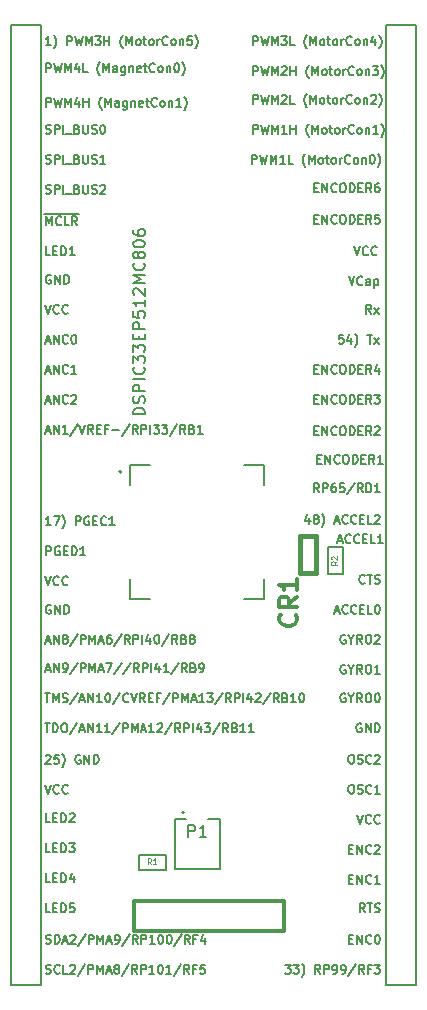
<source format=gto>
G04 (created by PCBNEW (2013-05-31 BZR 4019)-stable) date 7/11/2013 3:51:15 PM*
%MOIN*%
G04 Gerber Fmt 3.4, Leading zero omitted, Abs format*
%FSLAX34Y34*%
G01*
G70*
G90*
G04 APERTURE LIST*
%ADD10C,0.00590551*%
%ADD11C,0.005*%
%ADD12C,0.012*%
%ADD13C,0.015*%
%ADD14C,0.006*%
%ADD15C,0.0045*%
G04 APERTURE END LIST*
G54D10*
X21227Y-28825D02*
X21395Y-28825D01*
X21311Y-29118D02*
X21311Y-28825D01*
X21493Y-29118D02*
X21493Y-28825D01*
X21563Y-28825D01*
X21605Y-28839D01*
X21633Y-28867D01*
X21647Y-28895D01*
X21661Y-28951D01*
X21661Y-28993D01*
X21647Y-29048D01*
X21633Y-29076D01*
X21605Y-29104D01*
X21563Y-29118D01*
X21493Y-29118D01*
X21843Y-28825D02*
X21899Y-28825D01*
X21927Y-28839D01*
X21955Y-28867D01*
X21969Y-28923D01*
X21969Y-29020D01*
X21955Y-29076D01*
X21927Y-29104D01*
X21899Y-29118D01*
X21843Y-29118D01*
X21815Y-29104D01*
X21787Y-29076D01*
X21773Y-29020D01*
X21773Y-28923D01*
X21787Y-28867D01*
X21815Y-28839D01*
X21843Y-28825D01*
X22304Y-28811D02*
X22053Y-29188D01*
X22388Y-29034D02*
X22528Y-29034D01*
X22360Y-29118D02*
X22458Y-28825D01*
X22556Y-29118D01*
X22654Y-29118D02*
X22654Y-28825D01*
X22822Y-29118D01*
X22822Y-28825D01*
X23116Y-29118D02*
X22948Y-29118D01*
X23032Y-29118D02*
X23032Y-28825D01*
X23004Y-28867D01*
X22976Y-28895D01*
X22948Y-28909D01*
X23395Y-29118D02*
X23227Y-29118D01*
X23311Y-29118D02*
X23311Y-28825D01*
X23283Y-28867D01*
X23255Y-28895D01*
X23227Y-28909D01*
X23731Y-28811D02*
X23479Y-29188D01*
X23829Y-29118D02*
X23829Y-28825D01*
X23941Y-28825D01*
X23969Y-28839D01*
X23983Y-28853D01*
X23997Y-28881D01*
X23997Y-28923D01*
X23983Y-28951D01*
X23969Y-28965D01*
X23941Y-28979D01*
X23829Y-28979D01*
X24123Y-29118D02*
X24123Y-28825D01*
X24220Y-29034D01*
X24318Y-28825D01*
X24318Y-29118D01*
X24444Y-29034D02*
X24584Y-29034D01*
X24416Y-29118D02*
X24514Y-28825D01*
X24612Y-29118D01*
X24864Y-29118D02*
X24696Y-29118D01*
X24780Y-29118D02*
X24780Y-28825D01*
X24752Y-28867D01*
X24724Y-28895D01*
X24696Y-28909D01*
X24976Y-28853D02*
X24990Y-28839D01*
X25018Y-28825D01*
X25088Y-28825D01*
X25116Y-28839D01*
X25129Y-28853D01*
X25143Y-28881D01*
X25143Y-28909D01*
X25129Y-28951D01*
X24962Y-29118D01*
X25143Y-29118D01*
X25479Y-28811D02*
X25227Y-29188D01*
X25745Y-29118D02*
X25647Y-28979D01*
X25577Y-29118D02*
X25577Y-28825D01*
X25689Y-28825D01*
X25717Y-28839D01*
X25731Y-28853D01*
X25745Y-28881D01*
X25745Y-28923D01*
X25731Y-28951D01*
X25717Y-28965D01*
X25689Y-28979D01*
X25577Y-28979D01*
X25871Y-29118D02*
X25871Y-28825D01*
X25983Y-28825D01*
X26011Y-28839D01*
X26025Y-28853D01*
X26039Y-28881D01*
X26039Y-28923D01*
X26025Y-28951D01*
X26011Y-28965D01*
X25983Y-28979D01*
X25871Y-28979D01*
X26164Y-29118D02*
X26164Y-28825D01*
X26430Y-28923D02*
X26430Y-29118D01*
X26360Y-28811D02*
X26290Y-29020D01*
X26472Y-29020D01*
X26556Y-28825D02*
X26738Y-28825D01*
X26640Y-28937D01*
X26682Y-28937D01*
X26710Y-28951D01*
X26724Y-28965D01*
X26738Y-28993D01*
X26738Y-29062D01*
X26724Y-29090D01*
X26710Y-29104D01*
X26682Y-29118D01*
X26598Y-29118D01*
X26570Y-29104D01*
X26556Y-29090D01*
X27074Y-28811D02*
X26822Y-29188D01*
X27339Y-29118D02*
X27241Y-28979D01*
X27171Y-29118D02*
X27171Y-28825D01*
X27283Y-28825D01*
X27311Y-28839D01*
X27325Y-28853D01*
X27339Y-28881D01*
X27339Y-28923D01*
X27325Y-28951D01*
X27311Y-28965D01*
X27283Y-28979D01*
X27171Y-28979D01*
X27563Y-28965D02*
X27605Y-28979D01*
X27619Y-28993D01*
X27633Y-29020D01*
X27633Y-29062D01*
X27619Y-29090D01*
X27605Y-29104D01*
X27577Y-29118D01*
X27465Y-29118D01*
X27465Y-28825D01*
X27563Y-28825D01*
X27591Y-28839D01*
X27605Y-28853D01*
X27619Y-28881D01*
X27619Y-28909D01*
X27605Y-28937D01*
X27591Y-28951D01*
X27563Y-28965D01*
X27465Y-28965D01*
X27913Y-29118D02*
X27745Y-29118D01*
X27829Y-29118D02*
X27829Y-28825D01*
X27801Y-28867D01*
X27773Y-28895D01*
X27745Y-28909D01*
X28192Y-29118D02*
X28025Y-29118D01*
X28108Y-29118D02*
X28108Y-28825D01*
X28080Y-28867D01*
X28053Y-28895D01*
X28025Y-28909D01*
X21227Y-27825D02*
X21395Y-27825D01*
X21311Y-28118D02*
X21311Y-27825D01*
X21493Y-28118D02*
X21493Y-27825D01*
X21591Y-28034D01*
X21689Y-27825D01*
X21689Y-28118D01*
X21815Y-28104D02*
X21857Y-28118D01*
X21927Y-28118D01*
X21955Y-28104D01*
X21969Y-28090D01*
X21983Y-28062D01*
X21983Y-28034D01*
X21969Y-28006D01*
X21955Y-27993D01*
X21927Y-27979D01*
X21871Y-27965D01*
X21843Y-27951D01*
X21829Y-27937D01*
X21815Y-27909D01*
X21815Y-27881D01*
X21829Y-27853D01*
X21843Y-27839D01*
X21871Y-27825D01*
X21941Y-27825D01*
X21983Y-27839D01*
X22318Y-27811D02*
X22067Y-28188D01*
X22402Y-28034D02*
X22542Y-28034D01*
X22374Y-28118D02*
X22472Y-27825D01*
X22570Y-28118D01*
X22668Y-28118D02*
X22668Y-27825D01*
X22836Y-28118D01*
X22836Y-27825D01*
X23130Y-28118D02*
X22962Y-28118D01*
X23046Y-28118D02*
X23046Y-27825D01*
X23018Y-27867D01*
X22990Y-27895D01*
X22962Y-27909D01*
X23311Y-27825D02*
X23339Y-27825D01*
X23367Y-27839D01*
X23381Y-27853D01*
X23395Y-27881D01*
X23409Y-27937D01*
X23409Y-28006D01*
X23395Y-28062D01*
X23381Y-28090D01*
X23367Y-28104D01*
X23339Y-28118D01*
X23311Y-28118D01*
X23283Y-28104D01*
X23269Y-28090D01*
X23255Y-28062D01*
X23241Y-28006D01*
X23241Y-27937D01*
X23255Y-27881D01*
X23269Y-27853D01*
X23283Y-27839D01*
X23311Y-27825D01*
X23745Y-27811D02*
X23493Y-28188D01*
X24011Y-28090D02*
X23997Y-28104D01*
X23955Y-28118D01*
X23927Y-28118D01*
X23885Y-28104D01*
X23857Y-28076D01*
X23843Y-28048D01*
X23829Y-27993D01*
X23829Y-27951D01*
X23843Y-27895D01*
X23857Y-27867D01*
X23885Y-27839D01*
X23927Y-27825D01*
X23955Y-27825D01*
X23997Y-27839D01*
X24011Y-27853D01*
X24095Y-27825D02*
X24192Y-28118D01*
X24290Y-27825D01*
X24556Y-28118D02*
X24458Y-27979D01*
X24388Y-28118D02*
X24388Y-27825D01*
X24500Y-27825D01*
X24528Y-27839D01*
X24542Y-27853D01*
X24556Y-27881D01*
X24556Y-27923D01*
X24542Y-27951D01*
X24528Y-27965D01*
X24500Y-27979D01*
X24388Y-27979D01*
X24682Y-27965D02*
X24780Y-27965D01*
X24822Y-28118D02*
X24682Y-28118D01*
X24682Y-27825D01*
X24822Y-27825D01*
X25046Y-27965D02*
X24948Y-27965D01*
X24948Y-28118D02*
X24948Y-27825D01*
X25088Y-27825D01*
X25409Y-27811D02*
X25157Y-28188D01*
X25507Y-28118D02*
X25507Y-27825D01*
X25619Y-27825D01*
X25647Y-27839D01*
X25661Y-27853D01*
X25675Y-27881D01*
X25675Y-27923D01*
X25661Y-27951D01*
X25647Y-27965D01*
X25619Y-27979D01*
X25507Y-27979D01*
X25801Y-28118D02*
X25801Y-27825D01*
X25899Y-28034D01*
X25997Y-27825D01*
X25997Y-28118D01*
X26122Y-28034D02*
X26262Y-28034D01*
X26095Y-28118D02*
X26192Y-27825D01*
X26290Y-28118D01*
X26542Y-28118D02*
X26374Y-28118D01*
X26458Y-28118D02*
X26458Y-27825D01*
X26430Y-27867D01*
X26402Y-27895D01*
X26374Y-27909D01*
X26640Y-27825D02*
X26822Y-27825D01*
X26724Y-27937D01*
X26766Y-27937D01*
X26794Y-27951D01*
X26808Y-27965D01*
X26822Y-27993D01*
X26822Y-28062D01*
X26808Y-28090D01*
X26794Y-28104D01*
X26766Y-28118D01*
X26682Y-28118D01*
X26654Y-28104D01*
X26640Y-28090D01*
X27157Y-27811D02*
X26906Y-28188D01*
X27423Y-28118D02*
X27325Y-27979D01*
X27255Y-28118D02*
X27255Y-27825D01*
X27367Y-27825D01*
X27395Y-27839D01*
X27409Y-27853D01*
X27423Y-27881D01*
X27423Y-27923D01*
X27409Y-27951D01*
X27395Y-27965D01*
X27367Y-27979D01*
X27255Y-27979D01*
X27549Y-28118D02*
X27549Y-27825D01*
X27661Y-27825D01*
X27689Y-27839D01*
X27703Y-27853D01*
X27717Y-27881D01*
X27717Y-27923D01*
X27703Y-27951D01*
X27689Y-27965D01*
X27661Y-27979D01*
X27549Y-27979D01*
X27843Y-28118D02*
X27843Y-27825D01*
X28108Y-27923D02*
X28108Y-28118D01*
X28039Y-27811D02*
X27969Y-28020D01*
X28150Y-28020D01*
X28248Y-27853D02*
X28262Y-27839D01*
X28290Y-27825D01*
X28360Y-27825D01*
X28388Y-27839D01*
X28402Y-27853D01*
X28416Y-27881D01*
X28416Y-27909D01*
X28402Y-27951D01*
X28234Y-28118D01*
X28416Y-28118D01*
X28752Y-27811D02*
X28500Y-28188D01*
X29018Y-28118D02*
X28920Y-27979D01*
X28850Y-28118D02*
X28850Y-27825D01*
X28962Y-27825D01*
X28990Y-27839D01*
X29004Y-27853D01*
X29018Y-27881D01*
X29018Y-27923D01*
X29004Y-27951D01*
X28990Y-27965D01*
X28962Y-27979D01*
X28850Y-27979D01*
X29241Y-27965D02*
X29283Y-27979D01*
X29297Y-27993D01*
X29311Y-28020D01*
X29311Y-28062D01*
X29297Y-28090D01*
X29283Y-28104D01*
X29255Y-28118D01*
X29143Y-28118D01*
X29143Y-27825D01*
X29241Y-27825D01*
X29269Y-27839D01*
X29283Y-27853D01*
X29297Y-27881D01*
X29297Y-27909D01*
X29283Y-27937D01*
X29269Y-27951D01*
X29241Y-27965D01*
X29143Y-27965D01*
X29591Y-28118D02*
X29423Y-28118D01*
X29507Y-28118D02*
X29507Y-27825D01*
X29479Y-27867D01*
X29451Y-27895D01*
X29423Y-27909D01*
X29773Y-27825D02*
X29801Y-27825D01*
X29829Y-27839D01*
X29843Y-27853D01*
X29857Y-27881D01*
X29871Y-27937D01*
X29871Y-28006D01*
X29857Y-28062D01*
X29843Y-28090D01*
X29829Y-28104D01*
X29801Y-28118D01*
X29773Y-28118D01*
X29745Y-28104D01*
X29731Y-28090D01*
X29717Y-28062D01*
X29703Y-28006D01*
X29703Y-27937D01*
X29717Y-27881D01*
X29731Y-27853D01*
X29745Y-27839D01*
X29773Y-27825D01*
X21255Y-27034D02*
X21395Y-27034D01*
X21227Y-27118D02*
X21325Y-26825D01*
X21423Y-27118D01*
X21521Y-27118D02*
X21521Y-26825D01*
X21689Y-27118D01*
X21689Y-26825D01*
X21843Y-27118D02*
X21899Y-27118D01*
X21927Y-27104D01*
X21941Y-27090D01*
X21969Y-27048D01*
X21983Y-26993D01*
X21983Y-26881D01*
X21969Y-26853D01*
X21955Y-26839D01*
X21927Y-26825D01*
X21871Y-26825D01*
X21843Y-26839D01*
X21829Y-26853D01*
X21815Y-26881D01*
X21815Y-26951D01*
X21829Y-26979D01*
X21843Y-26993D01*
X21871Y-27006D01*
X21927Y-27006D01*
X21955Y-26993D01*
X21969Y-26979D01*
X21983Y-26951D01*
X22318Y-26811D02*
X22067Y-27188D01*
X22416Y-27118D02*
X22416Y-26825D01*
X22528Y-26825D01*
X22556Y-26839D01*
X22570Y-26853D01*
X22584Y-26881D01*
X22584Y-26923D01*
X22570Y-26951D01*
X22556Y-26965D01*
X22528Y-26979D01*
X22416Y-26979D01*
X22710Y-27118D02*
X22710Y-26825D01*
X22808Y-27034D01*
X22906Y-26825D01*
X22906Y-27118D01*
X23032Y-27034D02*
X23171Y-27034D01*
X23004Y-27118D02*
X23102Y-26825D01*
X23199Y-27118D01*
X23269Y-26825D02*
X23465Y-26825D01*
X23339Y-27118D01*
X23787Y-26811D02*
X23535Y-27188D01*
X24095Y-26811D02*
X23843Y-27188D01*
X24360Y-27118D02*
X24262Y-26979D01*
X24192Y-27118D02*
X24192Y-26825D01*
X24304Y-26825D01*
X24332Y-26839D01*
X24346Y-26853D01*
X24360Y-26881D01*
X24360Y-26923D01*
X24346Y-26951D01*
X24332Y-26965D01*
X24304Y-26979D01*
X24192Y-26979D01*
X24486Y-27118D02*
X24486Y-26825D01*
X24598Y-26825D01*
X24626Y-26839D01*
X24640Y-26853D01*
X24654Y-26881D01*
X24654Y-26923D01*
X24640Y-26951D01*
X24626Y-26965D01*
X24598Y-26979D01*
X24486Y-26979D01*
X24780Y-27118D02*
X24780Y-26825D01*
X25046Y-26923D02*
X25046Y-27118D01*
X24976Y-26811D02*
X24906Y-27020D01*
X25088Y-27020D01*
X25353Y-27118D02*
X25185Y-27118D01*
X25269Y-27118D02*
X25269Y-26825D01*
X25241Y-26867D01*
X25213Y-26895D01*
X25185Y-26909D01*
X25689Y-26811D02*
X25437Y-27188D01*
X25955Y-27118D02*
X25857Y-26979D01*
X25787Y-27118D02*
X25787Y-26825D01*
X25899Y-26825D01*
X25927Y-26839D01*
X25941Y-26853D01*
X25955Y-26881D01*
X25955Y-26923D01*
X25941Y-26951D01*
X25927Y-26965D01*
X25899Y-26979D01*
X25787Y-26979D01*
X26178Y-26965D02*
X26220Y-26979D01*
X26234Y-26993D01*
X26248Y-27020D01*
X26248Y-27062D01*
X26234Y-27090D01*
X26220Y-27104D01*
X26192Y-27118D01*
X26081Y-27118D01*
X26081Y-26825D01*
X26178Y-26825D01*
X26206Y-26839D01*
X26220Y-26853D01*
X26234Y-26881D01*
X26234Y-26909D01*
X26220Y-26937D01*
X26206Y-26951D01*
X26178Y-26965D01*
X26081Y-26965D01*
X26388Y-27118D02*
X26444Y-27118D01*
X26472Y-27104D01*
X26486Y-27090D01*
X26514Y-27048D01*
X26528Y-26993D01*
X26528Y-26881D01*
X26514Y-26853D01*
X26500Y-26839D01*
X26472Y-26825D01*
X26416Y-26825D01*
X26388Y-26839D01*
X26374Y-26853D01*
X26360Y-26881D01*
X26360Y-26951D01*
X26374Y-26979D01*
X26388Y-26993D01*
X26416Y-27006D01*
X26472Y-27006D01*
X26500Y-26993D01*
X26514Y-26979D01*
X26528Y-26951D01*
X21255Y-26084D02*
X21395Y-26084D01*
X21227Y-26168D02*
X21325Y-25875D01*
X21423Y-26168D01*
X21521Y-26168D02*
X21521Y-25875D01*
X21689Y-26168D01*
X21689Y-25875D01*
X21871Y-26001D02*
X21843Y-25987D01*
X21829Y-25973D01*
X21815Y-25945D01*
X21815Y-25931D01*
X21829Y-25903D01*
X21843Y-25889D01*
X21871Y-25875D01*
X21927Y-25875D01*
X21955Y-25889D01*
X21969Y-25903D01*
X21983Y-25931D01*
X21983Y-25945D01*
X21969Y-25973D01*
X21955Y-25987D01*
X21927Y-26001D01*
X21871Y-26001D01*
X21843Y-26015D01*
X21829Y-26029D01*
X21815Y-26056D01*
X21815Y-26112D01*
X21829Y-26140D01*
X21843Y-26154D01*
X21871Y-26168D01*
X21927Y-26168D01*
X21955Y-26154D01*
X21969Y-26140D01*
X21983Y-26112D01*
X21983Y-26056D01*
X21969Y-26029D01*
X21955Y-26015D01*
X21927Y-26001D01*
X22318Y-25861D02*
X22067Y-26238D01*
X22416Y-26168D02*
X22416Y-25875D01*
X22528Y-25875D01*
X22556Y-25889D01*
X22570Y-25903D01*
X22584Y-25931D01*
X22584Y-25973D01*
X22570Y-26001D01*
X22556Y-26015D01*
X22528Y-26029D01*
X22416Y-26029D01*
X22710Y-26168D02*
X22710Y-25875D01*
X22808Y-26084D01*
X22906Y-25875D01*
X22906Y-26168D01*
X23032Y-26084D02*
X23171Y-26084D01*
X23004Y-26168D02*
X23102Y-25875D01*
X23199Y-26168D01*
X23423Y-25875D02*
X23367Y-25875D01*
X23339Y-25889D01*
X23325Y-25903D01*
X23297Y-25945D01*
X23283Y-26001D01*
X23283Y-26112D01*
X23297Y-26140D01*
X23311Y-26154D01*
X23339Y-26168D01*
X23395Y-26168D01*
X23423Y-26154D01*
X23437Y-26140D01*
X23451Y-26112D01*
X23451Y-26043D01*
X23437Y-26015D01*
X23423Y-26001D01*
X23395Y-25987D01*
X23339Y-25987D01*
X23311Y-26001D01*
X23297Y-26015D01*
X23283Y-26043D01*
X23787Y-25861D02*
X23535Y-26238D01*
X24053Y-26168D02*
X23955Y-26029D01*
X23885Y-26168D02*
X23885Y-25875D01*
X23997Y-25875D01*
X24025Y-25889D01*
X24039Y-25903D01*
X24053Y-25931D01*
X24053Y-25973D01*
X24039Y-26001D01*
X24025Y-26015D01*
X23997Y-26029D01*
X23885Y-26029D01*
X24178Y-26168D02*
X24178Y-25875D01*
X24290Y-25875D01*
X24318Y-25889D01*
X24332Y-25903D01*
X24346Y-25931D01*
X24346Y-25973D01*
X24332Y-26001D01*
X24318Y-26015D01*
X24290Y-26029D01*
X24178Y-26029D01*
X24472Y-26168D02*
X24472Y-25875D01*
X24738Y-25973D02*
X24738Y-26168D01*
X24668Y-25861D02*
X24598Y-26070D01*
X24780Y-26070D01*
X24948Y-25875D02*
X24976Y-25875D01*
X25004Y-25889D01*
X25018Y-25903D01*
X25032Y-25931D01*
X25046Y-25987D01*
X25046Y-26056D01*
X25032Y-26112D01*
X25018Y-26140D01*
X25004Y-26154D01*
X24976Y-26168D01*
X24948Y-26168D01*
X24920Y-26154D01*
X24906Y-26140D01*
X24892Y-26112D01*
X24878Y-26056D01*
X24878Y-25987D01*
X24892Y-25931D01*
X24906Y-25903D01*
X24920Y-25889D01*
X24948Y-25875D01*
X25381Y-25861D02*
X25129Y-26238D01*
X25647Y-26168D02*
X25549Y-26029D01*
X25479Y-26168D02*
X25479Y-25875D01*
X25591Y-25875D01*
X25619Y-25889D01*
X25633Y-25903D01*
X25647Y-25931D01*
X25647Y-25973D01*
X25633Y-26001D01*
X25619Y-26015D01*
X25591Y-26029D01*
X25479Y-26029D01*
X25871Y-26015D02*
X25913Y-26029D01*
X25927Y-26043D01*
X25941Y-26070D01*
X25941Y-26112D01*
X25927Y-26140D01*
X25913Y-26154D01*
X25885Y-26168D01*
X25773Y-26168D01*
X25773Y-25875D01*
X25871Y-25875D01*
X25899Y-25889D01*
X25913Y-25903D01*
X25927Y-25931D01*
X25927Y-25959D01*
X25913Y-25987D01*
X25899Y-26001D01*
X25871Y-26015D01*
X25773Y-26015D01*
X26108Y-26001D02*
X26081Y-25987D01*
X26067Y-25973D01*
X26053Y-25945D01*
X26053Y-25931D01*
X26067Y-25903D01*
X26081Y-25889D01*
X26108Y-25875D01*
X26164Y-25875D01*
X26192Y-25889D01*
X26206Y-25903D01*
X26220Y-25931D01*
X26220Y-25945D01*
X26206Y-25973D01*
X26192Y-25987D01*
X26164Y-26001D01*
X26108Y-26001D01*
X26081Y-26015D01*
X26067Y-26029D01*
X26053Y-26056D01*
X26053Y-26112D01*
X26067Y-26140D01*
X26081Y-26154D01*
X26108Y-26168D01*
X26164Y-26168D01*
X26192Y-26154D01*
X26206Y-26140D01*
X26220Y-26112D01*
X26220Y-26056D01*
X26206Y-26029D01*
X26192Y-26015D01*
X26164Y-26001D01*
X21255Y-37154D02*
X21297Y-37168D01*
X21367Y-37168D01*
X21395Y-37154D01*
X21409Y-37140D01*
X21423Y-37112D01*
X21423Y-37084D01*
X21409Y-37056D01*
X21395Y-37043D01*
X21367Y-37029D01*
X21311Y-37015D01*
X21283Y-37001D01*
X21269Y-36987D01*
X21255Y-36959D01*
X21255Y-36931D01*
X21269Y-36903D01*
X21283Y-36889D01*
X21311Y-36875D01*
X21381Y-36875D01*
X21423Y-36889D01*
X21717Y-37140D02*
X21703Y-37154D01*
X21661Y-37168D01*
X21633Y-37168D01*
X21591Y-37154D01*
X21563Y-37126D01*
X21549Y-37098D01*
X21535Y-37043D01*
X21535Y-37001D01*
X21549Y-36945D01*
X21563Y-36917D01*
X21591Y-36889D01*
X21633Y-36875D01*
X21661Y-36875D01*
X21703Y-36889D01*
X21717Y-36903D01*
X21983Y-37168D02*
X21843Y-37168D01*
X21843Y-36875D01*
X22067Y-36903D02*
X22081Y-36889D01*
X22109Y-36875D01*
X22179Y-36875D01*
X22206Y-36889D01*
X22220Y-36903D01*
X22234Y-36931D01*
X22234Y-36959D01*
X22220Y-37001D01*
X22053Y-37168D01*
X22234Y-37168D01*
X22570Y-36861D02*
X22318Y-37238D01*
X22668Y-37168D02*
X22668Y-36875D01*
X22780Y-36875D01*
X22808Y-36889D01*
X22822Y-36903D01*
X22836Y-36931D01*
X22836Y-36973D01*
X22822Y-37001D01*
X22808Y-37015D01*
X22780Y-37029D01*
X22668Y-37029D01*
X22962Y-37168D02*
X22962Y-36875D01*
X23060Y-37084D01*
X23158Y-36875D01*
X23158Y-37168D01*
X23283Y-37084D02*
X23423Y-37084D01*
X23255Y-37168D02*
X23353Y-36875D01*
X23451Y-37168D01*
X23591Y-37001D02*
X23563Y-36987D01*
X23549Y-36973D01*
X23535Y-36945D01*
X23535Y-36931D01*
X23549Y-36903D01*
X23563Y-36889D01*
X23591Y-36875D01*
X23647Y-36875D01*
X23675Y-36889D01*
X23689Y-36903D01*
X23703Y-36931D01*
X23703Y-36945D01*
X23689Y-36973D01*
X23675Y-36987D01*
X23647Y-37001D01*
X23591Y-37001D01*
X23563Y-37015D01*
X23549Y-37029D01*
X23535Y-37056D01*
X23535Y-37112D01*
X23549Y-37140D01*
X23563Y-37154D01*
X23591Y-37168D01*
X23647Y-37168D01*
X23675Y-37154D01*
X23689Y-37140D01*
X23703Y-37112D01*
X23703Y-37056D01*
X23689Y-37029D01*
X23675Y-37015D01*
X23647Y-37001D01*
X24039Y-36861D02*
X23787Y-37238D01*
X24304Y-37168D02*
X24206Y-37029D01*
X24137Y-37168D02*
X24137Y-36875D01*
X24248Y-36875D01*
X24276Y-36889D01*
X24290Y-36903D01*
X24304Y-36931D01*
X24304Y-36973D01*
X24290Y-37001D01*
X24276Y-37015D01*
X24248Y-37029D01*
X24137Y-37029D01*
X24430Y-37168D02*
X24430Y-36875D01*
X24542Y-36875D01*
X24570Y-36889D01*
X24584Y-36903D01*
X24598Y-36931D01*
X24598Y-36973D01*
X24584Y-37001D01*
X24570Y-37015D01*
X24542Y-37029D01*
X24430Y-37029D01*
X24878Y-37168D02*
X24710Y-37168D01*
X24794Y-37168D02*
X24794Y-36875D01*
X24766Y-36917D01*
X24738Y-36945D01*
X24710Y-36959D01*
X25060Y-36875D02*
X25088Y-36875D01*
X25116Y-36889D01*
X25129Y-36903D01*
X25143Y-36931D01*
X25157Y-36987D01*
X25157Y-37056D01*
X25143Y-37112D01*
X25129Y-37140D01*
X25116Y-37154D01*
X25088Y-37168D01*
X25060Y-37168D01*
X25032Y-37154D01*
X25018Y-37140D01*
X25004Y-37112D01*
X24990Y-37056D01*
X24990Y-36987D01*
X25004Y-36931D01*
X25018Y-36903D01*
X25032Y-36889D01*
X25060Y-36875D01*
X25437Y-37168D02*
X25269Y-37168D01*
X25353Y-37168D02*
X25353Y-36875D01*
X25325Y-36917D01*
X25297Y-36945D01*
X25269Y-36959D01*
X25773Y-36861D02*
X25521Y-37238D01*
X26039Y-37168D02*
X25941Y-37029D01*
X25871Y-37168D02*
X25871Y-36875D01*
X25983Y-36875D01*
X26011Y-36889D01*
X26025Y-36903D01*
X26039Y-36931D01*
X26039Y-36973D01*
X26025Y-37001D01*
X26011Y-37015D01*
X25983Y-37029D01*
X25871Y-37029D01*
X26262Y-37015D02*
X26164Y-37015D01*
X26164Y-37168D02*
X26164Y-36875D01*
X26304Y-36875D01*
X26556Y-36875D02*
X26416Y-36875D01*
X26402Y-37015D01*
X26416Y-37001D01*
X26444Y-36987D01*
X26514Y-36987D01*
X26542Y-37001D01*
X26556Y-37015D01*
X26570Y-37043D01*
X26570Y-37112D01*
X26556Y-37140D01*
X26542Y-37154D01*
X26514Y-37168D01*
X26444Y-37168D01*
X26416Y-37154D01*
X26402Y-37140D01*
X21255Y-36154D02*
X21297Y-36168D01*
X21367Y-36168D01*
X21395Y-36154D01*
X21409Y-36140D01*
X21423Y-36112D01*
X21423Y-36084D01*
X21409Y-36056D01*
X21395Y-36043D01*
X21367Y-36029D01*
X21311Y-36015D01*
X21283Y-36001D01*
X21269Y-35987D01*
X21255Y-35959D01*
X21255Y-35931D01*
X21269Y-35903D01*
X21283Y-35889D01*
X21311Y-35875D01*
X21381Y-35875D01*
X21423Y-35889D01*
X21549Y-36168D02*
X21549Y-35875D01*
X21619Y-35875D01*
X21661Y-35889D01*
X21689Y-35917D01*
X21703Y-35945D01*
X21717Y-36001D01*
X21717Y-36043D01*
X21703Y-36098D01*
X21689Y-36126D01*
X21661Y-36154D01*
X21619Y-36168D01*
X21549Y-36168D01*
X21829Y-36084D02*
X21969Y-36084D01*
X21801Y-36168D02*
X21899Y-35875D01*
X21997Y-36168D01*
X22081Y-35903D02*
X22095Y-35889D01*
X22123Y-35875D01*
X22192Y-35875D01*
X22220Y-35889D01*
X22234Y-35903D01*
X22248Y-35931D01*
X22248Y-35959D01*
X22234Y-36001D01*
X22067Y-36168D01*
X22248Y-36168D01*
X22584Y-35861D02*
X22332Y-36238D01*
X22682Y-36168D02*
X22682Y-35875D01*
X22794Y-35875D01*
X22822Y-35889D01*
X22836Y-35903D01*
X22850Y-35931D01*
X22850Y-35973D01*
X22836Y-36001D01*
X22822Y-36015D01*
X22794Y-36029D01*
X22682Y-36029D01*
X22976Y-36168D02*
X22976Y-35875D01*
X23074Y-36084D01*
X23171Y-35875D01*
X23171Y-36168D01*
X23297Y-36084D02*
X23437Y-36084D01*
X23269Y-36168D02*
X23367Y-35875D01*
X23465Y-36168D01*
X23577Y-36168D02*
X23633Y-36168D01*
X23661Y-36154D01*
X23675Y-36140D01*
X23703Y-36098D01*
X23717Y-36043D01*
X23717Y-35931D01*
X23703Y-35903D01*
X23689Y-35889D01*
X23661Y-35875D01*
X23605Y-35875D01*
X23577Y-35889D01*
X23563Y-35903D01*
X23549Y-35931D01*
X23549Y-36001D01*
X23563Y-36029D01*
X23577Y-36043D01*
X23605Y-36056D01*
X23661Y-36056D01*
X23689Y-36043D01*
X23703Y-36029D01*
X23717Y-36001D01*
X24053Y-35861D02*
X23801Y-36238D01*
X24318Y-36168D02*
X24220Y-36029D01*
X24150Y-36168D02*
X24150Y-35875D01*
X24262Y-35875D01*
X24290Y-35889D01*
X24304Y-35903D01*
X24318Y-35931D01*
X24318Y-35973D01*
X24304Y-36001D01*
X24290Y-36015D01*
X24262Y-36029D01*
X24150Y-36029D01*
X24444Y-36168D02*
X24444Y-35875D01*
X24556Y-35875D01*
X24584Y-35889D01*
X24598Y-35903D01*
X24612Y-35931D01*
X24612Y-35973D01*
X24598Y-36001D01*
X24584Y-36015D01*
X24556Y-36029D01*
X24444Y-36029D01*
X24892Y-36168D02*
X24724Y-36168D01*
X24808Y-36168D02*
X24808Y-35875D01*
X24780Y-35917D01*
X24752Y-35945D01*
X24724Y-35959D01*
X25074Y-35875D02*
X25102Y-35875D01*
X25129Y-35889D01*
X25143Y-35903D01*
X25157Y-35931D01*
X25171Y-35987D01*
X25171Y-36056D01*
X25157Y-36112D01*
X25143Y-36140D01*
X25129Y-36154D01*
X25102Y-36168D01*
X25074Y-36168D01*
X25046Y-36154D01*
X25032Y-36140D01*
X25018Y-36112D01*
X25004Y-36056D01*
X25004Y-35987D01*
X25018Y-35931D01*
X25032Y-35903D01*
X25046Y-35889D01*
X25074Y-35875D01*
X25353Y-35875D02*
X25381Y-35875D01*
X25409Y-35889D01*
X25423Y-35903D01*
X25437Y-35931D01*
X25451Y-35987D01*
X25451Y-36056D01*
X25437Y-36112D01*
X25423Y-36140D01*
X25409Y-36154D01*
X25381Y-36168D01*
X25353Y-36168D01*
X25325Y-36154D01*
X25311Y-36140D01*
X25297Y-36112D01*
X25283Y-36056D01*
X25283Y-35987D01*
X25297Y-35931D01*
X25311Y-35903D01*
X25325Y-35889D01*
X25353Y-35875D01*
X25787Y-35861D02*
X25535Y-36238D01*
X26053Y-36168D02*
X25955Y-36029D01*
X25885Y-36168D02*
X25885Y-35875D01*
X25997Y-35875D01*
X26025Y-35889D01*
X26039Y-35903D01*
X26053Y-35931D01*
X26053Y-35973D01*
X26039Y-36001D01*
X26025Y-36015D01*
X25997Y-36029D01*
X25885Y-36029D01*
X26276Y-36015D02*
X26178Y-36015D01*
X26178Y-36168D02*
X26178Y-35875D01*
X26318Y-35875D01*
X26556Y-35973D02*
X26556Y-36168D01*
X26486Y-35861D02*
X26416Y-36070D01*
X26598Y-36070D01*
X21409Y-35118D02*
X21269Y-35118D01*
X21269Y-34825D01*
X21507Y-34965D02*
X21605Y-34965D01*
X21647Y-35118D02*
X21507Y-35118D01*
X21507Y-34825D01*
X21647Y-34825D01*
X21773Y-35118D02*
X21773Y-34825D01*
X21843Y-34825D01*
X21885Y-34839D01*
X21913Y-34867D01*
X21927Y-34895D01*
X21941Y-34951D01*
X21941Y-34993D01*
X21927Y-35048D01*
X21913Y-35076D01*
X21885Y-35104D01*
X21843Y-35118D01*
X21773Y-35118D01*
X22206Y-34825D02*
X22067Y-34825D01*
X22053Y-34965D01*
X22067Y-34951D01*
X22095Y-34937D01*
X22165Y-34937D01*
X22192Y-34951D01*
X22206Y-34965D01*
X22220Y-34993D01*
X22220Y-35062D01*
X22206Y-35090D01*
X22192Y-35104D01*
X22165Y-35118D01*
X22095Y-35118D01*
X22067Y-35104D01*
X22053Y-35090D01*
X21409Y-34118D02*
X21269Y-34118D01*
X21269Y-33825D01*
X21507Y-33965D02*
X21605Y-33965D01*
X21647Y-34118D02*
X21507Y-34118D01*
X21507Y-33825D01*
X21647Y-33825D01*
X21773Y-34118D02*
X21773Y-33825D01*
X21843Y-33825D01*
X21885Y-33839D01*
X21913Y-33867D01*
X21927Y-33895D01*
X21941Y-33951D01*
X21941Y-33993D01*
X21927Y-34048D01*
X21913Y-34076D01*
X21885Y-34104D01*
X21843Y-34118D01*
X21773Y-34118D01*
X22192Y-33923D02*
X22192Y-34118D01*
X22123Y-33811D02*
X22053Y-34020D01*
X22234Y-34020D01*
X21409Y-33118D02*
X21269Y-33118D01*
X21269Y-32825D01*
X21507Y-32965D02*
X21605Y-32965D01*
X21647Y-33118D02*
X21507Y-33118D01*
X21507Y-32825D01*
X21647Y-32825D01*
X21773Y-33118D02*
X21773Y-32825D01*
X21843Y-32825D01*
X21885Y-32839D01*
X21913Y-32867D01*
X21927Y-32895D01*
X21941Y-32951D01*
X21941Y-32993D01*
X21927Y-33048D01*
X21913Y-33076D01*
X21885Y-33104D01*
X21843Y-33118D01*
X21773Y-33118D01*
X22039Y-32825D02*
X22220Y-32825D01*
X22123Y-32937D01*
X22165Y-32937D01*
X22192Y-32951D01*
X22206Y-32965D01*
X22220Y-32993D01*
X22220Y-33062D01*
X22206Y-33090D01*
X22192Y-33104D01*
X22165Y-33118D01*
X22081Y-33118D01*
X22053Y-33104D01*
X22039Y-33090D01*
X21409Y-32118D02*
X21269Y-32118D01*
X21269Y-31825D01*
X21507Y-31965D02*
X21605Y-31965D01*
X21647Y-32118D02*
X21507Y-32118D01*
X21507Y-31825D01*
X21647Y-31825D01*
X21773Y-32118D02*
X21773Y-31825D01*
X21843Y-31825D01*
X21885Y-31839D01*
X21913Y-31867D01*
X21927Y-31895D01*
X21941Y-31951D01*
X21941Y-31993D01*
X21927Y-32048D01*
X21913Y-32076D01*
X21885Y-32104D01*
X21843Y-32118D01*
X21773Y-32118D01*
X22053Y-31853D02*
X22067Y-31839D01*
X22095Y-31825D01*
X22165Y-31825D01*
X22192Y-31839D01*
X22206Y-31853D01*
X22220Y-31881D01*
X22220Y-31909D01*
X22206Y-31951D01*
X22039Y-32118D01*
X22220Y-32118D01*
X21227Y-30875D02*
X21325Y-31168D01*
X21423Y-30875D01*
X21689Y-31140D02*
X21675Y-31154D01*
X21633Y-31168D01*
X21605Y-31168D01*
X21563Y-31154D01*
X21535Y-31126D01*
X21521Y-31098D01*
X21507Y-31043D01*
X21507Y-31001D01*
X21521Y-30945D01*
X21535Y-30917D01*
X21563Y-30889D01*
X21605Y-30875D01*
X21633Y-30875D01*
X21675Y-30889D01*
X21689Y-30903D01*
X21983Y-31140D02*
X21969Y-31154D01*
X21927Y-31168D01*
X21899Y-31168D01*
X21857Y-31154D01*
X21829Y-31126D01*
X21815Y-31098D01*
X21801Y-31043D01*
X21801Y-31001D01*
X21815Y-30945D01*
X21829Y-30917D01*
X21857Y-30889D01*
X21899Y-30875D01*
X21927Y-30875D01*
X21969Y-30889D01*
X21983Y-30903D01*
X21255Y-29903D02*
X21269Y-29889D01*
X21297Y-29875D01*
X21367Y-29875D01*
X21395Y-29889D01*
X21409Y-29903D01*
X21423Y-29931D01*
X21423Y-29959D01*
X21409Y-30001D01*
X21241Y-30168D01*
X21423Y-30168D01*
X21689Y-29875D02*
X21549Y-29875D01*
X21535Y-30015D01*
X21549Y-30001D01*
X21577Y-29987D01*
X21647Y-29987D01*
X21675Y-30001D01*
X21689Y-30015D01*
X21703Y-30043D01*
X21703Y-30112D01*
X21689Y-30140D01*
X21675Y-30154D01*
X21647Y-30168D01*
X21577Y-30168D01*
X21549Y-30154D01*
X21535Y-30140D01*
X21801Y-30280D02*
X21815Y-30266D01*
X21843Y-30224D01*
X21857Y-30196D01*
X21871Y-30154D01*
X21885Y-30084D01*
X21885Y-30029D01*
X21871Y-29959D01*
X21857Y-29917D01*
X21843Y-29889D01*
X21815Y-29847D01*
X21801Y-29833D01*
X22402Y-29889D02*
X22374Y-29875D01*
X22332Y-29875D01*
X22290Y-29889D01*
X22262Y-29917D01*
X22248Y-29945D01*
X22234Y-30001D01*
X22234Y-30043D01*
X22248Y-30098D01*
X22262Y-30126D01*
X22290Y-30154D01*
X22332Y-30168D01*
X22360Y-30168D01*
X22402Y-30154D01*
X22416Y-30140D01*
X22416Y-30043D01*
X22360Y-30043D01*
X22542Y-30168D02*
X22542Y-29875D01*
X22710Y-30168D01*
X22710Y-29875D01*
X22850Y-30168D02*
X22850Y-29875D01*
X22920Y-29875D01*
X22962Y-29889D01*
X22990Y-29917D01*
X23004Y-29945D01*
X23018Y-30001D01*
X23018Y-30043D01*
X23004Y-30098D01*
X22990Y-30126D01*
X22962Y-30154D01*
X22920Y-30168D01*
X22850Y-30168D01*
X21423Y-24889D02*
X21395Y-24875D01*
X21353Y-24875D01*
X21311Y-24889D01*
X21283Y-24917D01*
X21269Y-24945D01*
X21255Y-25001D01*
X21255Y-25043D01*
X21269Y-25098D01*
X21283Y-25126D01*
X21311Y-25154D01*
X21353Y-25168D01*
X21381Y-25168D01*
X21423Y-25154D01*
X21437Y-25140D01*
X21437Y-25043D01*
X21381Y-25043D01*
X21563Y-25168D02*
X21563Y-24875D01*
X21731Y-25168D01*
X21731Y-24875D01*
X21871Y-25168D02*
X21871Y-24875D01*
X21941Y-24875D01*
X21983Y-24889D01*
X22011Y-24917D01*
X22025Y-24945D01*
X22039Y-25001D01*
X22039Y-25043D01*
X22025Y-25098D01*
X22011Y-25126D01*
X21983Y-25154D01*
X21941Y-25168D01*
X21871Y-25168D01*
X21227Y-23925D02*
X21325Y-24218D01*
X21423Y-23925D01*
X21689Y-24190D02*
X21675Y-24204D01*
X21633Y-24218D01*
X21605Y-24218D01*
X21563Y-24204D01*
X21535Y-24176D01*
X21521Y-24148D01*
X21507Y-24093D01*
X21507Y-24051D01*
X21521Y-23995D01*
X21535Y-23967D01*
X21563Y-23939D01*
X21605Y-23925D01*
X21633Y-23925D01*
X21675Y-23939D01*
X21689Y-23953D01*
X21983Y-24190D02*
X21969Y-24204D01*
X21927Y-24218D01*
X21899Y-24218D01*
X21857Y-24204D01*
X21829Y-24176D01*
X21815Y-24148D01*
X21801Y-24093D01*
X21801Y-24051D01*
X21815Y-23995D01*
X21829Y-23967D01*
X21857Y-23939D01*
X21899Y-23925D01*
X21927Y-23925D01*
X21969Y-23939D01*
X21983Y-23953D01*
X21269Y-23218D02*
X21269Y-22925D01*
X21381Y-22925D01*
X21409Y-22939D01*
X21423Y-22953D01*
X21437Y-22981D01*
X21437Y-23023D01*
X21423Y-23051D01*
X21409Y-23065D01*
X21381Y-23079D01*
X21269Y-23079D01*
X21717Y-22939D02*
X21689Y-22925D01*
X21647Y-22925D01*
X21605Y-22939D01*
X21577Y-22967D01*
X21563Y-22995D01*
X21549Y-23051D01*
X21549Y-23093D01*
X21563Y-23148D01*
X21577Y-23176D01*
X21605Y-23204D01*
X21647Y-23218D01*
X21675Y-23218D01*
X21717Y-23204D01*
X21731Y-23190D01*
X21731Y-23093D01*
X21675Y-23093D01*
X21857Y-23065D02*
X21955Y-23065D01*
X21997Y-23218D02*
X21857Y-23218D01*
X21857Y-22925D01*
X21997Y-22925D01*
X22123Y-23218D02*
X22123Y-22925D01*
X22192Y-22925D01*
X22234Y-22939D01*
X22262Y-22967D01*
X22276Y-22995D01*
X22290Y-23051D01*
X22290Y-23093D01*
X22276Y-23148D01*
X22262Y-23176D01*
X22234Y-23204D01*
X22192Y-23218D01*
X22123Y-23218D01*
X22570Y-23218D02*
X22402Y-23218D01*
X22486Y-23218D02*
X22486Y-22925D01*
X22458Y-22967D01*
X22430Y-22995D01*
X22402Y-23009D01*
X21423Y-22218D02*
X21255Y-22218D01*
X21339Y-22218D02*
X21339Y-21925D01*
X21311Y-21967D01*
X21283Y-21995D01*
X21255Y-22009D01*
X21521Y-21925D02*
X21717Y-21925D01*
X21591Y-22218D01*
X21801Y-22330D02*
X21815Y-22316D01*
X21843Y-22274D01*
X21857Y-22246D01*
X21871Y-22204D01*
X21885Y-22134D01*
X21885Y-22079D01*
X21871Y-22009D01*
X21857Y-21967D01*
X21843Y-21939D01*
X21815Y-21897D01*
X21801Y-21883D01*
X22248Y-22218D02*
X22248Y-21925D01*
X22360Y-21925D01*
X22388Y-21939D01*
X22402Y-21953D01*
X22416Y-21981D01*
X22416Y-22023D01*
X22402Y-22051D01*
X22388Y-22065D01*
X22360Y-22079D01*
X22248Y-22079D01*
X22696Y-21939D02*
X22668Y-21925D01*
X22626Y-21925D01*
X22584Y-21939D01*
X22556Y-21967D01*
X22542Y-21995D01*
X22528Y-22051D01*
X22528Y-22093D01*
X22542Y-22148D01*
X22556Y-22176D01*
X22584Y-22204D01*
X22626Y-22218D01*
X22654Y-22218D01*
X22696Y-22204D01*
X22710Y-22190D01*
X22710Y-22093D01*
X22654Y-22093D01*
X22836Y-22065D02*
X22934Y-22065D01*
X22976Y-22218D02*
X22836Y-22218D01*
X22836Y-21925D01*
X22976Y-21925D01*
X23269Y-22190D02*
X23255Y-22204D01*
X23213Y-22218D01*
X23185Y-22218D01*
X23144Y-22204D01*
X23116Y-22176D01*
X23102Y-22148D01*
X23088Y-22093D01*
X23088Y-22051D01*
X23102Y-21995D01*
X23116Y-21967D01*
X23144Y-21939D01*
X23185Y-21925D01*
X23213Y-21925D01*
X23255Y-21939D01*
X23269Y-21953D01*
X23549Y-22218D02*
X23381Y-22218D01*
X23465Y-22218D02*
X23465Y-21925D01*
X23437Y-21967D01*
X23409Y-21995D01*
X23381Y-22009D01*
X21255Y-19084D02*
X21395Y-19084D01*
X21227Y-19168D02*
X21325Y-18875D01*
X21423Y-19168D01*
X21521Y-19168D02*
X21521Y-18875D01*
X21689Y-19168D01*
X21689Y-18875D01*
X21983Y-19168D02*
X21815Y-19168D01*
X21899Y-19168D02*
X21899Y-18875D01*
X21871Y-18917D01*
X21843Y-18945D01*
X21815Y-18959D01*
X22318Y-18861D02*
X22067Y-19238D01*
X22374Y-18875D02*
X22472Y-19168D01*
X22570Y-18875D01*
X22836Y-19168D02*
X22738Y-19029D01*
X22668Y-19168D02*
X22668Y-18875D01*
X22780Y-18875D01*
X22808Y-18889D01*
X22822Y-18903D01*
X22836Y-18931D01*
X22836Y-18973D01*
X22822Y-19001D01*
X22808Y-19015D01*
X22780Y-19029D01*
X22668Y-19029D01*
X22962Y-19015D02*
X23060Y-19015D01*
X23102Y-19168D02*
X22962Y-19168D01*
X22962Y-18875D01*
X23102Y-18875D01*
X23325Y-19015D02*
X23227Y-19015D01*
X23227Y-19168D02*
X23227Y-18875D01*
X23367Y-18875D01*
X23479Y-19056D02*
X23703Y-19056D01*
X24053Y-18861D02*
X23801Y-19238D01*
X24318Y-19168D02*
X24220Y-19029D01*
X24150Y-19168D02*
X24150Y-18875D01*
X24262Y-18875D01*
X24290Y-18889D01*
X24304Y-18903D01*
X24318Y-18931D01*
X24318Y-18973D01*
X24304Y-19001D01*
X24290Y-19015D01*
X24262Y-19029D01*
X24150Y-19029D01*
X24444Y-19168D02*
X24444Y-18875D01*
X24556Y-18875D01*
X24584Y-18889D01*
X24598Y-18903D01*
X24612Y-18931D01*
X24612Y-18973D01*
X24598Y-19001D01*
X24584Y-19015D01*
X24556Y-19029D01*
X24444Y-19029D01*
X24738Y-19168D02*
X24738Y-18875D01*
X24850Y-18875D02*
X25032Y-18875D01*
X24934Y-18987D01*
X24976Y-18987D01*
X25004Y-19001D01*
X25018Y-19015D01*
X25032Y-19043D01*
X25032Y-19112D01*
X25018Y-19140D01*
X25004Y-19154D01*
X24976Y-19168D01*
X24892Y-19168D01*
X24864Y-19154D01*
X24850Y-19140D01*
X25129Y-18875D02*
X25311Y-18875D01*
X25213Y-18987D01*
X25255Y-18987D01*
X25283Y-19001D01*
X25297Y-19015D01*
X25311Y-19043D01*
X25311Y-19112D01*
X25297Y-19140D01*
X25283Y-19154D01*
X25255Y-19168D01*
X25171Y-19168D01*
X25143Y-19154D01*
X25129Y-19140D01*
X25647Y-18861D02*
X25395Y-19238D01*
X25913Y-19168D02*
X25815Y-19029D01*
X25745Y-19168D02*
X25745Y-18875D01*
X25857Y-18875D01*
X25885Y-18889D01*
X25899Y-18903D01*
X25913Y-18931D01*
X25913Y-18973D01*
X25899Y-19001D01*
X25885Y-19015D01*
X25857Y-19029D01*
X25745Y-19029D01*
X26136Y-19015D02*
X26178Y-19029D01*
X26192Y-19043D01*
X26206Y-19070D01*
X26206Y-19112D01*
X26192Y-19140D01*
X26178Y-19154D01*
X26150Y-19168D01*
X26039Y-19168D01*
X26039Y-18875D01*
X26136Y-18875D01*
X26164Y-18889D01*
X26178Y-18903D01*
X26192Y-18931D01*
X26192Y-18959D01*
X26178Y-18987D01*
X26164Y-19001D01*
X26136Y-19015D01*
X26039Y-19015D01*
X26486Y-19168D02*
X26318Y-19168D01*
X26402Y-19168D02*
X26402Y-18875D01*
X26374Y-18917D01*
X26346Y-18945D01*
X26318Y-18959D01*
X21255Y-18084D02*
X21395Y-18084D01*
X21227Y-18168D02*
X21325Y-17875D01*
X21423Y-18168D01*
X21521Y-18168D02*
X21521Y-17875D01*
X21689Y-18168D01*
X21689Y-17875D01*
X21997Y-18140D02*
X21983Y-18154D01*
X21941Y-18168D01*
X21913Y-18168D01*
X21871Y-18154D01*
X21843Y-18126D01*
X21829Y-18098D01*
X21815Y-18043D01*
X21815Y-18001D01*
X21829Y-17945D01*
X21843Y-17917D01*
X21871Y-17889D01*
X21913Y-17875D01*
X21941Y-17875D01*
X21983Y-17889D01*
X21997Y-17903D01*
X22109Y-17903D02*
X22123Y-17889D01*
X22151Y-17875D01*
X22220Y-17875D01*
X22248Y-17889D01*
X22262Y-17903D01*
X22276Y-17931D01*
X22276Y-17959D01*
X22262Y-18001D01*
X22095Y-18168D01*
X22276Y-18168D01*
X21255Y-17084D02*
X21395Y-17084D01*
X21227Y-17168D02*
X21325Y-16875D01*
X21423Y-17168D01*
X21521Y-17168D02*
X21521Y-16875D01*
X21689Y-17168D01*
X21689Y-16875D01*
X21997Y-17140D02*
X21983Y-17154D01*
X21941Y-17168D01*
X21913Y-17168D01*
X21871Y-17154D01*
X21843Y-17126D01*
X21829Y-17098D01*
X21815Y-17043D01*
X21815Y-17001D01*
X21829Y-16945D01*
X21843Y-16917D01*
X21871Y-16889D01*
X21913Y-16875D01*
X21941Y-16875D01*
X21983Y-16889D01*
X21997Y-16903D01*
X22276Y-17168D02*
X22109Y-17168D01*
X22192Y-17168D02*
X22192Y-16875D01*
X22165Y-16917D01*
X22137Y-16945D01*
X22109Y-16959D01*
X21255Y-16084D02*
X21395Y-16084D01*
X21227Y-16168D02*
X21325Y-15875D01*
X21423Y-16168D01*
X21521Y-16168D02*
X21521Y-15875D01*
X21689Y-16168D01*
X21689Y-15875D01*
X21997Y-16140D02*
X21983Y-16154D01*
X21941Y-16168D01*
X21913Y-16168D01*
X21871Y-16154D01*
X21843Y-16126D01*
X21829Y-16098D01*
X21815Y-16043D01*
X21815Y-16001D01*
X21829Y-15945D01*
X21843Y-15917D01*
X21871Y-15889D01*
X21913Y-15875D01*
X21941Y-15875D01*
X21983Y-15889D01*
X21997Y-15903D01*
X22179Y-15875D02*
X22206Y-15875D01*
X22234Y-15889D01*
X22248Y-15903D01*
X22262Y-15931D01*
X22276Y-15987D01*
X22276Y-16056D01*
X22262Y-16112D01*
X22248Y-16140D01*
X22234Y-16154D01*
X22206Y-16168D01*
X22179Y-16168D01*
X22151Y-16154D01*
X22137Y-16140D01*
X22123Y-16112D01*
X22109Y-16056D01*
X22109Y-15987D01*
X22123Y-15931D01*
X22137Y-15903D01*
X22151Y-15889D01*
X22179Y-15875D01*
X21227Y-14875D02*
X21325Y-15168D01*
X21423Y-14875D01*
X21689Y-15140D02*
X21675Y-15154D01*
X21633Y-15168D01*
X21605Y-15168D01*
X21563Y-15154D01*
X21535Y-15126D01*
X21521Y-15098D01*
X21507Y-15043D01*
X21507Y-15001D01*
X21521Y-14945D01*
X21535Y-14917D01*
X21563Y-14889D01*
X21605Y-14875D01*
X21633Y-14875D01*
X21675Y-14889D01*
X21689Y-14903D01*
X21983Y-15140D02*
X21969Y-15154D01*
X21927Y-15168D01*
X21899Y-15168D01*
X21857Y-15154D01*
X21829Y-15126D01*
X21815Y-15098D01*
X21801Y-15043D01*
X21801Y-15001D01*
X21815Y-14945D01*
X21829Y-14917D01*
X21857Y-14889D01*
X21899Y-14875D01*
X21927Y-14875D01*
X21969Y-14889D01*
X21983Y-14903D01*
X21423Y-13889D02*
X21395Y-13875D01*
X21353Y-13875D01*
X21311Y-13889D01*
X21283Y-13917D01*
X21269Y-13945D01*
X21255Y-14001D01*
X21255Y-14043D01*
X21269Y-14098D01*
X21283Y-14126D01*
X21311Y-14154D01*
X21353Y-14168D01*
X21381Y-14168D01*
X21423Y-14154D01*
X21437Y-14140D01*
X21437Y-14043D01*
X21381Y-14043D01*
X21563Y-14168D02*
X21563Y-13875D01*
X21731Y-14168D01*
X21731Y-13875D01*
X21871Y-14168D02*
X21871Y-13875D01*
X21941Y-13875D01*
X21983Y-13889D01*
X22011Y-13917D01*
X22025Y-13945D01*
X22039Y-14001D01*
X22039Y-14043D01*
X22025Y-14098D01*
X22011Y-14126D01*
X21983Y-14154D01*
X21941Y-14168D01*
X21871Y-14168D01*
X21409Y-13218D02*
X21269Y-13218D01*
X21269Y-12925D01*
X21507Y-13065D02*
X21605Y-13065D01*
X21647Y-13218D02*
X21507Y-13218D01*
X21507Y-12925D01*
X21647Y-12925D01*
X21773Y-13218D02*
X21773Y-12925D01*
X21843Y-12925D01*
X21885Y-12939D01*
X21913Y-12967D01*
X21927Y-12995D01*
X21941Y-13051D01*
X21941Y-13093D01*
X21927Y-13148D01*
X21913Y-13176D01*
X21885Y-13204D01*
X21843Y-13218D01*
X21773Y-13218D01*
X22220Y-13218D02*
X22053Y-13218D01*
X22137Y-13218D02*
X22137Y-12925D01*
X22109Y-12967D01*
X22081Y-12995D01*
X22053Y-13009D01*
X21269Y-12218D02*
X21269Y-11925D01*
X21367Y-12134D01*
X21465Y-11925D01*
X21465Y-12218D01*
X21773Y-12190D02*
X21759Y-12204D01*
X21717Y-12218D01*
X21689Y-12218D01*
X21647Y-12204D01*
X21619Y-12176D01*
X21605Y-12148D01*
X21591Y-12093D01*
X21591Y-12051D01*
X21605Y-11995D01*
X21619Y-11967D01*
X21647Y-11939D01*
X21689Y-11925D01*
X21717Y-11925D01*
X21759Y-11939D01*
X21773Y-11953D01*
X22039Y-12218D02*
X21899Y-12218D01*
X21899Y-11925D01*
X22304Y-12218D02*
X22206Y-12079D01*
X22137Y-12218D02*
X22137Y-11925D01*
X22248Y-11925D01*
X22276Y-11939D01*
X22290Y-11953D01*
X22304Y-11981D01*
X22304Y-12023D01*
X22290Y-12051D01*
X22276Y-12065D01*
X22248Y-12079D01*
X22137Y-12079D01*
X21200Y-11835D02*
X22360Y-11835D01*
X21255Y-11154D02*
X21297Y-11168D01*
X21367Y-11168D01*
X21395Y-11154D01*
X21409Y-11140D01*
X21423Y-11112D01*
X21423Y-11084D01*
X21409Y-11056D01*
X21395Y-11043D01*
X21367Y-11029D01*
X21311Y-11015D01*
X21283Y-11001D01*
X21269Y-10987D01*
X21255Y-10959D01*
X21255Y-10931D01*
X21269Y-10903D01*
X21283Y-10889D01*
X21311Y-10875D01*
X21381Y-10875D01*
X21423Y-10889D01*
X21549Y-11168D02*
X21549Y-10875D01*
X21661Y-10875D01*
X21689Y-10889D01*
X21703Y-10903D01*
X21717Y-10931D01*
X21717Y-10973D01*
X21703Y-11001D01*
X21689Y-11015D01*
X21661Y-11029D01*
X21549Y-11029D01*
X21843Y-11168D02*
X21843Y-10875D01*
X21913Y-11196D02*
X22137Y-11196D01*
X22304Y-11015D02*
X22346Y-11029D01*
X22360Y-11043D01*
X22374Y-11070D01*
X22374Y-11112D01*
X22360Y-11140D01*
X22346Y-11154D01*
X22318Y-11168D01*
X22206Y-11168D01*
X22206Y-10875D01*
X22304Y-10875D01*
X22332Y-10889D01*
X22346Y-10903D01*
X22360Y-10931D01*
X22360Y-10959D01*
X22346Y-10987D01*
X22332Y-11001D01*
X22304Y-11015D01*
X22206Y-11015D01*
X22500Y-10875D02*
X22500Y-11112D01*
X22514Y-11140D01*
X22528Y-11154D01*
X22556Y-11168D01*
X22612Y-11168D01*
X22640Y-11154D01*
X22654Y-11140D01*
X22668Y-11112D01*
X22668Y-10875D01*
X22794Y-11154D02*
X22836Y-11168D01*
X22906Y-11168D01*
X22934Y-11154D01*
X22948Y-11140D01*
X22962Y-11112D01*
X22962Y-11084D01*
X22948Y-11056D01*
X22934Y-11043D01*
X22906Y-11029D01*
X22850Y-11015D01*
X22822Y-11001D01*
X22808Y-10987D01*
X22794Y-10959D01*
X22794Y-10931D01*
X22808Y-10903D01*
X22822Y-10889D01*
X22850Y-10875D01*
X22920Y-10875D01*
X22962Y-10889D01*
X23074Y-10903D02*
X23088Y-10889D01*
X23116Y-10875D01*
X23185Y-10875D01*
X23213Y-10889D01*
X23227Y-10903D01*
X23241Y-10931D01*
X23241Y-10959D01*
X23227Y-11001D01*
X23060Y-11168D01*
X23241Y-11168D01*
X21255Y-10154D02*
X21297Y-10168D01*
X21367Y-10168D01*
X21395Y-10154D01*
X21409Y-10140D01*
X21423Y-10112D01*
X21423Y-10084D01*
X21409Y-10056D01*
X21395Y-10043D01*
X21367Y-10029D01*
X21311Y-10015D01*
X21283Y-10001D01*
X21269Y-9987D01*
X21255Y-9959D01*
X21255Y-9931D01*
X21269Y-9903D01*
X21283Y-9889D01*
X21311Y-9875D01*
X21381Y-9875D01*
X21423Y-9889D01*
X21549Y-10168D02*
X21549Y-9875D01*
X21661Y-9875D01*
X21689Y-9889D01*
X21703Y-9903D01*
X21717Y-9931D01*
X21717Y-9973D01*
X21703Y-10001D01*
X21689Y-10015D01*
X21661Y-10029D01*
X21549Y-10029D01*
X21843Y-10168D02*
X21843Y-9875D01*
X21913Y-10196D02*
X22137Y-10196D01*
X22304Y-10015D02*
X22346Y-10029D01*
X22360Y-10043D01*
X22374Y-10070D01*
X22374Y-10112D01*
X22360Y-10140D01*
X22346Y-10154D01*
X22318Y-10168D01*
X22206Y-10168D01*
X22206Y-9875D01*
X22304Y-9875D01*
X22332Y-9889D01*
X22346Y-9903D01*
X22360Y-9931D01*
X22360Y-9959D01*
X22346Y-9987D01*
X22332Y-10001D01*
X22304Y-10015D01*
X22206Y-10015D01*
X22500Y-9875D02*
X22500Y-10112D01*
X22514Y-10140D01*
X22528Y-10154D01*
X22556Y-10168D01*
X22612Y-10168D01*
X22640Y-10154D01*
X22654Y-10140D01*
X22668Y-10112D01*
X22668Y-9875D01*
X22794Y-10154D02*
X22836Y-10168D01*
X22906Y-10168D01*
X22934Y-10154D01*
X22948Y-10140D01*
X22962Y-10112D01*
X22962Y-10084D01*
X22948Y-10056D01*
X22934Y-10043D01*
X22906Y-10029D01*
X22850Y-10015D01*
X22822Y-10001D01*
X22808Y-9987D01*
X22794Y-9959D01*
X22794Y-9931D01*
X22808Y-9903D01*
X22822Y-9889D01*
X22850Y-9875D01*
X22920Y-9875D01*
X22962Y-9889D01*
X23241Y-10168D02*
X23074Y-10168D01*
X23158Y-10168D02*
X23158Y-9875D01*
X23130Y-9917D01*
X23102Y-9945D01*
X23074Y-9959D01*
X21255Y-9154D02*
X21297Y-9168D01*
X21367Y-9168D01*
X21395Y-9154D01*
X21409Y-9140D01*
X21423Y-9112D01*
X21423Y-9084D01*
X21409Y-9056D01*
X21395Y-9043D01*
X21367Y-9029D01*
X21311Y-9015D01*
X21283Y-9001D01*
X21269Y-8987D01*
X21255Y-8959D01*
X21255Y-8931D01*
X21269Y-8903D01*
X21283Y-8889D01*
X21311Y-8875D01*
X21381Y-8875D01*
X21423Y-8889D01*
X21549Y-9168D02*
X21549Y-8875D01*
X21661Y-8875D01*
X21689Y-8889D01*
X21703Y-8903D01*
X21717Y-8931D01*
X21717Y-8973D01*
X21703Y-9001D01*
X21689Y-9015D01*
X21661Y-9029D01*
X21549Y-9029D01*
X21843Y-9168D02*
X21843Y-8875D01*
X21913Y-9196D02*
X22137Y-9196D01*
X22304Y-9015D02*
X22346Y-9029D01*
X22360Y-9043D01*
X22374Y-9070D01*
X22374Y-9112D01*
X22360Y-9140D01*
X22346Y-9154D01*
X22318Y-9168D01*
X22206Y-9168D01*
X22206Y-8875D01*
X22304Y-8875D01*
X22332Y-8889D01*
X22346Y-8903D01*
X22360Y-8931D01*
X22360Y-8959D01*
X22346Y-8987D01*
X22332Y-9001D01*
X22304Y-9015D01*
X22206Y-9015D01*
X22500Y-8875D02*
X22500Y-9112D01*
X22514Y-9140D01*
X22528Y-9154D01*
X22556Y-9168D01*
X22612Y-9168D01*
X22640Y-9154D01*
X22654Y-9140D01*
X22668Y-9112D01*
X22668Y-8875D01*
X22794Y-9154D02*
X22836Y-9168D01*
X22906Y-9168D01*
X22934Y-9154D01*
X22948Y-9140D01*
X22962Y-9112D01*
X22962Y-9084D01*
X22948Y-9056D01*
X22934Y-9043D01*
X22906Y-9029D01*
X22850Y-9015D01*
X22822Y-9001D01*
X22808Y-8987D01*
X22794Y-8959D01*
X22794Y-8931D01*
X22808Y-8903D01*
X22822Y-8889D01*
X22850Y-8875D01*
X22920Y-8875D01*
X22962Y-8889D01*
X23144Y-8875D02*
X23171Y-8875D01*
X23199Y-8889D01*
X23213Y-8903D01*
X23227Y-8931D01*
X23241Y-8987D01*
X23241Y-9056D01*
X23227Y-9112D01*
X23213Y-9140D01*
X23199Y-9154D01*
X23171Y-9168D01*
X23144Y-9168D01*
X23116Y-9154D01*
X23102Y-9140D01*
X23088Y-9112D01*
X23074Y-9056D01*
X23074Y-8987D01*
X23088Y-8931D01*
X23102Y-8903D01*
X23116Y-8889D01*
X23144Y-8875D01*
X29233Y-36875D02*
X29415Y-36875D01*
X29317Y-36987D01*
X29359Y-36987D01*
X29387Y-37001D01*
X29401Y-37015D01*
X29415Y-37043D01*
X29415Y-37112D01*
X29401Y-37140D01*
X29387Y-37154D01*
X29359Y-37168D01*
X29275Y-37168D01*
X29247Y-37154D01*
X29233Y-37140D01*
X29512Y-36875D02*
X29694Y-36875D01*
X29596Y-36987D01*
X29638Y-36987D01*
X29666Y-37001D01*
X29680Y-37015D01*
X29694Y-37043D01*
X29694Y-37112D01*
X29680Y-37140D01*
X29666Y-37154D01*
X29638Y-37168D01*
X29554Y-37168D01*
X29526Y-37154D01*
X29512Y-37140D01*
X29792Y-37280D02*
X29806Y-37266D01*
X29834Y-37224D01*
X29848Y-37196D01*
X29862Y-37154D01*
X29876Y-37084D01*
X29876Y-37029D01*
X29862Y-36959D01*
X29848Y-36917D01*
X29834Y-36889D01*
X29806Y-36847D01*
X29792Y-36833D01*
X30408Y-37168D02*
X30310Y-37029D01*
X30240Y-37168D02*
X30240Y-36875D01*
X30352Y-36875D01*
X30380Y-36889D01*
X30394Y-36903D01*
X30408Y-36931D01*
X30408Y-36973D01*
X30394Y-37001D01*
X30380Y-37015D01*
X30352Y-37029D01*
X30240Y-37029D01*
X30533Y-37168D02*
X30533Y-36875D01*
X30645Y-36875D01*
X30673Y-36889D01*
X30687Y-36903D01*
X30701Y-36931D01*
X30701Y-36973D01*
X30687Y-37001D01*
X30673Y-37015D01*
X30645Y-37029D01*
X30533Y-37029D01*
X30841Y-37168D02*
X30897Y-37168D01*
X30925Y-37154D01*
X30939Y-37140D01*
X30967Y-37098D01*
X30981Y-37043D01*
X30981Y-36931D01*
X30967Y-36903D01*
X30953Y-36889D01*
X30925Y-36875D01*
X30869Y-36875D01*
X30841Y-36889D01*
X30827Y-36903D01*
X30813Y-36931D01*
X30813Y-37001D01*
X30827Y-37029D01*
X30841Y-37043D01*
X30869Y-37056D01*
X30925Y-37056D01*
X30953Y-37043D01*
X30967Y-37029D01*
X30981Y-37001D01*
X31121Y-37168D02*
X31177Y-37168D01*
X31205Y-37154D01*
X31219Y-37140D01*
X31247Y-37098D01*
X31261Y-37043D01*
X31261Y-36931D01*
X31247Y-36903D01*
X31233Y-36889D01*
X31205Y-36875D01*
X31149Y-36875D01*
X31121Y-36889D01*
X31107Y-36903D01*
X31093Y-36931D01*
X31093Y-37001D01*
X31107Y-37029D01*
X31121Y-37043D01*
X31149Y-37056D01*
X31205Y-37056D01*
X31233Y-37043D01*
X31247Y-37029D01*
X31261Y-37001D01*
X31596Y-36861D02*
X31345Y-37238D01*
X31862Y-37168D02*
X31764Y-37029D01*
X31694Y-37168D02*
X31694Y-36875D01*
X31806Y-36875D01*
X31834Y-36889D01*
X31848Y-36903D01*
X31862Y-36931D01*
X31862Y-36973D01*
X31848Y-37001D01*
X31834Y-37015D01*
X31806Y-37029D01*
X31694Y-37029D01*
X32086Y-37015D02*
X31988Y-37015D01*
X31988Y-37168D02*
X31988Y-36875D01*
X32128Y-36875D01*
X32212Y-36875D02*
X32394Y-36875D01*
X32296Y-36987D01*
X32338Y-36987D01*
X32366Y-37001D01*
X32380Y-37015D01*
X32394Y-37043D01*
X32394Y-37112D01*
X32380Y-37140D01*
X32366Y-37154D01*
X32338Y-37168D01*
X32254Y-37168D01*
X32226Y-37154D01*
X32212Y-37140D01*
X31373Y-36015D02*
X31470Y-36015D01*
X31512Y-36168D02*
X31373Y-36168D01*
X31373Y-35875D01*
X31512Y-35875D01*
X31638Y-36168D02*
X31638Y-35875D01*
X31806Y-36168D01*
X31806Y-35875D01*
X32114Y-36140D02*
X32100Y-36154D01*
X32058Y-36168D01*
X32030Y-36168D01*
X31988Y-36154D01*
X31960Y-36126D01*
X31946Y-36098D01*
X31932Y-36043D01*
X31932Y-36001D01*
X31946Y-35945D01*
X31960Y-35917D01*
X31988Y-35889D01*
X32030Y-35875D01*
X32058Y-35875D01*
X32100Y-35889D01*
X32114Y-35903D01*
X32296Y-35875D02*
X32324Y-35875D01*
X32352Y-35889D01*
X32366Y-35903D01*
X32380Y-35931D01*
X32394Y-35987D01*
X32394Y-36056D01*
X32380Y-36112D01*
X32366Y-36140D01*
X32352Y-36154D01*
X32324Y-36168D01*
X32296Y-36168D01*
X32268Y-36154D01*
X32254Y-36140D01*
X32240Y-36112D01*
X32226Y-36056D01*
X32226Y-35987D01*
X32240Y-35931D01*
X32254Y-35903D01*
X32268Y-35889D01*
X32296Y-35875D01*
X31890Y-35118D02*
X31792Y-34979D01*
X31722Y-35118D02*
X31722Y-34825D01*
X31834Y-34825D01*
X31862Y-34839D01*
X31876Y-34853D01*
X31890Y-34881D01*
X31890Y-34923D01*
X31876Y-34951D01*
X31862Y-34965D01*
X31834Y-34979D01*
X31722Y-34979D01*
X31974Y-34825D02*
X32142Y-34825D01*
X32058Y-35118D02*
X32058Y-34825D01*
X32226Y-35104D02*
X32268Y-35118D01*
X32338Y-35118D01*
X32366Y-35104D01*
X32380Y-35090D01*
X32394Y-35062D01*
X32394Y-35034D01*
X32380Y-35006D01*
X32366Y-34993D01*
X32338Y-34979D01*
X32282Y-34965D01*
X32254Y-34951D01*
X32240Y-34937D01*
X32226Y-34909D01*
X32226Y-34881D01*
X32240Y-34853D01*
X32254Y-34839D01*
X32282Y-34825D01*
X32352Y-34825D01*
X32394Y-34839D01*
X31373Y-34015D02*
X31470Y-34015D01*
X31512Y-34168D02*
X31373Y-34168D01*
X31373Y-33875D01*
X31512Y-33875D01*
X31638Y-34168D02*
X31638Y-33875D01*
X31806Y-34168D01*
X31806Y-33875D01*
X32114Y-34140D02*
X32100Y-34154D01*
X32058Y-34168D01*
X32030Y-34168D01*
X31988Y-34154D01*
X31960Y-34126D01*
X31946Y-34098D01*
X31932Y-34043D01*
X31932Y-34001D01*
X31946Y-33945D01*
X31960Y-33917D01*
X31988Y-33889D01*
X32030Y-33875D01*
X32058Y-33875D01*
X32100Y-33889D01*
X32114Y-33903D01*
X32394Y-34168D02*
X32226Y-34168D01*
X32310Y-34168D02*
X32310Y-33875D01*
X32282Y-33917D01*
X32254Y-33945D01*
X32226Y-33959D01*
X31373Y-33015D02*
X31470Y-33015D01*
X31512Y-33168D02*
X31373Y-33168D01*
X31373Y-32875D01*
X31512Y-32875D01*
X31638Y-33168D02*
X31638Y-32875D01*
X31806Y-33168D01*
X31806Y-32875D01*
X32114Y-33140D02*
X32100Y-33154D01*
X32058Y-33168D01*
X32030Y-33168D01*
X31988Y-33154D01*
X31960Y-33126D01*
X31946Y-33098D01*
X31932Y-33043D01*
X31932Y-33001D01*
X31946Y-32945D01*
X31960Y-32917D01*
X31988Y-32889D01*
X32030Y-32875D01*
X32058Y-32875D01*
X32100Y-32889D01*
X32114Y-32903D01*
X32226Y-32903D02*
X32240Y-32889D01*
X32268Y-32875D01*
X32338Y-32875D01*
X32366Y-32889D01*
X32380Y-32903D01*
X32394Y-32931D01*
X32394Y-32959D01*
X32380Y-33001D01*
X32212Y-33168D01*
X32394Y-33168D01*
X31638Y-31875D02*
X31736Y-32168D01*
X31834Y-31875D01*
X32100Y-32140D02*
X32086Y-32154D01*
X32044Y-32168D01*
X32016Y-32168D01*
X31974Y-32154D01*
X31946Y-32126D01*
X31932Y-32098D01*
X31918Y-32043D01*
X31918Y-32001D01*
X31932Y-31945D01*
X31946Y-31917D01*
X31974Y-31889D01*
X32016Y-31875D01*
X32044Y-31875D01*
X32086Y-31889D01*
X32100Y-31903D01*
X32394Y-32140D02*
X32380Y-32154D01*
X32338Y-32168D01*
X32310Y-32168D01*
X32268Y-32154D01*
X32240Y-32126D01*
X32226Y-32098D01*
X32212Y-32043D01*
X32212Y-32001D01*
X32226Y-31945D01*
X32240Y-31917D01*
X32268Y-31889D01*
X32310Y-31875D01*
X32338Y-31875D01*
X32380Y-31889D01*
X32394Y-31903D01*
X31415Y-30875D02*
X31470Y-30875D01*
X31498Y-30889D01*
X31526Y-30917D01*
X31540Y-30973D01*
X31540Y-31070D01*
X31526Y-31126D01*
X31498Y-31154D01*
X31470Y-31168D01*
X31415Y-31168D01*
X31387Y-31154D01*
X31359Y-31126D01*
X31345Y-31070D01*
X31345Y-30973D01*
X31359Y-30917D01*
X31387Y-30889D01*
X31415Y-30875D01*
X31652Y-31154D02*
X31694Y-31168D01*
X31764Y-31168D01*
X31792Y-31154D01*
X31806Y-31140D01*
X31820Y-31112D01*
X31820Y-31084D01*
X31806Y-31056D01*
X31792Y-31043D01*
X31764Y-31029D01*
X31708Y-31015D01*
X31680Y-31001D01*
X31666Y-30987D01*
X31652Y-30959D01*
X31652Y-30931D01*
X31666Y-30903D01*
X31680Y-30889D01*
X31708Y-30875D01*
X31778Y-30875D01*
X31820Y-30889D01*
X32114Y-31140D02*
X32100Y-31154D01*
X32058Y-31168D01*
X32030Y-31168D01*
X31988Y-31154D01*
X31960Y-31126D01*
X31946Y-31098D01*
X31932Y-31043D01*
X31932Y-31001D01*
X31946Y-30945D01*
X31960Y-30917D01*
X31988Y-30889D01*
X32030Y-30875D01*
X32058Y-30875D01*
X32100Y-30889D01*
X32114Y-30903D01*
X32394Y-31168D02*
X32226Y-31168D01*
X32310Y-31168D02*
X32310Y-30875D01*
X32282Y-30917D01*
X32254Y-30945D01*
X32226Y-30959D01*
X31415Y-29875D02*
X31470Y-29875D01*
X31498Y-29889D01*
X31526Y-29917D01*
X31540Y-29973D01*
X31540Y-30070D01*
X31526Y-30126D01*
X31498Y-30154D01*
X31470Y-30168D01*
X31415Y-30168D01*
X31387Y-30154D01*
X31359Y-30126D01*
X31345Y-30070D01*
X31345Y-29973D01*
X31359Y-29917D01*
X31387Y-29889D01*
X31415Y-29875D01*
X31652Y-30154D02*
X31694Y-30168D01*
X31764Y-30168D01*
X31792Y-30154D01*
X31806Y-30140D01*
X31820Y-30112D01*
X31820Y-30084D01*
X31806Y-30056D01*
X31792Y-30043D01*
X31764Y-30029D01*
X31708Y-30015D01*
X31680Y-30001D01*
X31666Y-29987D01*
X31652Y-29959D01*
X31652Y-29931D01*
X31666Y-29903D01*
X31680Y-29889D01*
X31708Y-29875D01*
X31778Y-29875D01*
X31820Y-29889D01*
X32114Y-30140D02*
X32100Y-30154D01*
X32058Y-30168D01*
X32030Y-30168D01*
X31988Y-30154D01*
X31960Y-30126D01*
X31946Y-30098D01*
X31932Y-30043D01*
X31932Y-30001D01*
X31946Y-29945D01*
X31960Y-29917D01*
X31988Y-29889D01*
X32030Y-29875D01*
X32058Y-29875D01*
X32100Y-29889D01*
X32114Y-29903D01*
X32226Y-29903D02*
X32240Y-29889D01*
X32268Y-29875D01*
X32338Y-29875D01*
X32366Y-29889D01*
X32380Y-29903D01*
X32394Y-29931D01*
X32394Y-29959D01*
X32380Y-30001D01*
X32212Y-30168D01*
X32394Y-30168D01*
X31778Y-28839D02*
X31750Y-28825D01*
X31708Y-28825D01*
X31666Y-28839D01*
X31638Y-28867D01*
X31624Y-28895D01*
X31610Y-28951D01*
X31610Y-28993D01*
X31624Y-29048D01*
X31638Y-29076D01*
X31666Y-29104D01*
X31708Y-29118D01*
X31736Y-29118D01*
X31778Y-29104D01*
X31792Y-29090D01*
X31792Y-28993D01*
X31736Y-28993D01*
X31918Y-29118D02*
X31918Y-28825D01*
X32086Y-29118D01*
X32086Y-28825D01*
X32226Y-29118D02*
X32226Y-28825D01*
X32296Y-28825D01*
X32338Y-28839D01*
X32366Y-28867D01*
X32380Y-28895D01*
X32394Y-28951D01*
X32394Y-28993D01*
X32380Y-29048D01*
X32366Y-29076D01*
X32338Y-29104D01*
X32296Y-29118D01*
X32226Y-29118D01*
X31247Y-27839D02*
X31219Y-27825D01*
X31177Y-27825D01*
X31135Y-27839D01*
X31107Y-27867D01*
X31093Y-27895D01*
X31079Y-27951D01*
X31079Y-27993D01*
X31093Y-28048D01*
X31107Y-28076D01*
X31135Y-28104D01*
X31177Y-28118D01*
X31205Y-28118D01*
X31247Y-28104D01*
X31261Y-28090D01*
X31261Y-27993D01*
X31205Y-27993D01*
X31443Y-27979D02*
X31443Y-28118D01*
X31345Y-27825D02*
X31443Y-27979D01*
X31540Y-27825D01*
X31806Y-28118D02*
X31708Y-27979D01*
X31638Y-28118D02*
X31638Y-27825D01*
X31750Y-27825D01*
X31778Y-27839D01*
X31792Y-27853D01*
X31806Y-27881D01*
X31806Y-27923D01*
X31792Y-27951D01*
X31778Y-27965D01*
X31750Y-27979D01*
X31638Y-27979D01*
X31988Y-27825D02*
X32044Y-27825D01*
X32072Y-27839D01*
X32100Y-27867D01*
X32114Y-27923D01*
X32114Y-28020D01*
X32100Y-28076D01*
X32072Y-28104D01*
X32044Y-28118D01*
X31988Y-28118D01*
X31960Y-28104D01*
X31932Y-28076D01*
X31918Y-28020D01*
X31918Y-27923D01*
X31932Y-27867D01*
X31960Y-27839D01*
X31988Y-27825D01*
X32296Y-27825D02*
X32324Y-27825D01*
X32352Y-27839D01*
X32366Y-27853D01*
X32380Y-27881D01*
X32394Y-27937D01*
X32394Y-28006D01*
X32380Y-28062D01*
X32366Y-28090D01*
X32352Y-28104D01*
X32324Y-28118D01*
X32296Y-28118D01*
X32268Y-28104D01*
X32254Y-28090D01*
X32240Y-28062D01*
X32226Y-28006D01*
X32226Y-27937D01*
X32240Y-27881D01*
X32254Y-27853D01*
X32268Y-27839D01*
X32296Y-27825D01*
X31247Y-26889D02*
X31219Y-26875D01*
X31177Y-26875D01*
X31135Y-26889D01*
X31107Y-26917D01*
X31093Y-26945D01*
X31079Y-27001D01*
X31079Y-27043D01*
X31093Y-27098D01*
X31107Y-27126D01*
X31135Y-27154D01*
X31177Y-27168D01*
X31205Y-27168D01*
X31247Y-27154D01*
X31261Y-27140D01*
X31261Y-27043D01*
X31205Y-27043D01*
X31443Y-27029D02*
X31443Y-27168D01*
X31345Y-26875D02*
X31443Y-27029D01*
X31540Y-26875D01*
X31806Y-27168D02*
X31708Y-27029D01*
X31638Y-27168D02*
X31638Y-26875D01*
X31750Y-26875D01*
X31778Y-26889D01*
X31792Y-26903D01*
X31806Y-26931D01*
X31806Y-26973D01*
X31792Y-27001D01*
X31778Y-27015D01*
X31750Y-27029D01*
X31638Y-27029D01*
X31988Y-26875D02*
X32044Y-26875D01*
X32072Y-26889D01*
X32100Y-26917D01*
X32114Y-26973D01*
X32114Y-27070D01*
X32100Y-27126D01*
X32072Y-27154D01*
X32044Y-27168D01*
X31988Y-27168D01*
X31960Y-27154D01*
X31932Y-27126D01*
X31918Y-27070D01*
X31918Y-26973D01*
X31932Y-26917D01*
X31960Y-26889D01*
X31988Y-26875D01*
X32394Y-27168D02*
X32226Y-27168D01*
X32310Y-27168D02*
X32310Y-26875D01*
X32282Y-26917D01*
X32254Y-26945D01*
X32226Y-26959D01*
X31247Y-25889D02*
X31219Y-25875D01*
X31177Y-25875D01*
X31135Y-25889D01*
X31107Y-25917D01*
X31093Y-25945D01*
X31079Y-26001D01*
X31079Y-26043D01*
X31093Y-26098D01*
X31107Y-26126D01*
X31135Y-26154D01*
X31177Y-26168D01*
X31205Y-26168D01*
X31247Y-26154D01*
X31261Y-26140D01*
X31261Y-26043D01*
X31205Y-26043D01*
X31443Y-26029D02*
X31443Y-26168D01*
X31345Y-25875D02*
X31443Y-26029D01*
X31540Y-25875D01*
X31806Y-26168D02*
X31708Y-26029D01*
X31638Y-26168D02*
X31638Y-25875D01*
X31750Y-25875D01*
X31778Y-25889D01*
X31792Y-25903D01*
X31806Y-25931D01*
X31806Y-25973D01*
X31792Y-26001D01*
X31778Y-26015D01*
X31750Y-26029D01*
X31638Y-26029D01*
X31988Y-25875D02*
X32044Y-25875D01*
X32072Y-25889D01*
X32100Y-25917D01*
X32114Y-25973D01*
X32114Y-26070D01*
X32100Y-26126D01*
X32072Y-26154D01*
X32044Y-26168D01*
X31988Y-26168D01*
X31960Y-26154D01*
X31932Y-26126D01*
X31918Y-26070D01*
X31918Y-25973D01*
X31932Y-25917D01*
X31960Y-25889D01*
X31988Y-25875D01*
X32226Y-25903D02*
X32240Y-25889D01*
X32268Y-25875D01*
X32338Y-25875D01*
X32366Y-25889D01*
X32380Y-25903D01*
X32394Y-25931D01*
X32394Y-25959D01*
X32380Y-26001D01*
X32212Y-26168D01*
X32394Y-26168D01*
X30883Y-25084D02*
X31023Y-25084D01*
X30855Y-25168D02*
X30953Y-24875D01*
X31051Y-25168D01*
X31317Y-25140D02*
X31303Y-25154D01*
X31261Y-25168D01*
X31233Y-25168D01*
X31191Y-25154D01*
X31163Y-25126D01*
X31149Y-25098D01*
X31135Y-25043D01*
X31135Y-25001D01*
X31149Y-24945D01*
X31163Y-24917D01*
X31191Y-24889D01*
X31233Y-24875D01*
X31261Y-24875D01*
X31303Y-24889D01*
X31317Y-24903D01*
X31610Y-25140D02*
X31596Y-25154D01*
X31554Y-25168D01*
X31526Y-25168D01*
X31484Y-25154D01*
X31457Y-25126D01*
X31443Y-25098D01*
X31429Y-25043D01*
X31429Y-25001D01*
X31443Y-24945D01*
X31457Y-24917D01*
X31484Y-24889D01*
X31526Y-24875D01*
X31554Y-24875D01*
X31596Y-24889D01*
X31610Y-24903D01*
X31736Y-25015D02*
X31834Y-25015D01*
X31876Y-25168D02*
X31736Y-25168D01*
X31736Y-24875D01*
X31876Y-24875D01*
X32142Y-25168D02*
X32002Y-25168D01*
X32002Y-24875D01*
X32296Y-24875D02*
X32324Y-24875D01*
X32352Y-24889D01*
X32366Y-24903D01*
X32380Y-24931D01*
X32394Y-24987D01*
X32394Y-25056D01*
X32380Y-25112D01*
X32366Y-25140D01*
X32352Y-25154D01*
X32324Y-25168D01*
X32296Y-25168D01*
X32268Y-25154D01*
X32254Y-25140D01*
X32240Y-25112D01*
X32226Y-25056D01*
X32226Y-24987D01*
X32240Y-24931D01*
X32254Y-24903D01*
X32268Y-24889D01*
X32296Y-24875D01*
X31890Y-24140D02*
X31876Y-24154D01*
X31834Y-24168D01*
X31806Y-24168D01*
X31764Y-24154D01*
X31736Y-24126D01*
X31722Y-24098D01*
X31708Y-24043D01*
X31708Y-24001D01*
X31722Y-23945D01*
X31736Y-23917D01*
X31764Y-23889D01*
X31806Y-23875D01*
X31834Y-23875D01*
X31876Y-23889D01*
X31890Y-23903D01*
X31974Y-23875D02*
X32142Y-23875D01*
X32058Y-24168D02*
X32058Y-23875D01*
X32226Y-24154D02*
X32268Y-24168D01*
X32338Y-24168D01*
X32366Y-24154D01*
X32380Y-24140D01*
X32394Y-24112D01*
X32394Y-24084D01*
X32380Y-24056D01*
X32366Y-24043D01*
X32338Y-24029D01*
X32282Y-24015D01*
X32254Y-24001D01*
X32240Y-23987D01*
X32226Y-23959D01*
X32226Y-23931D01*
X32240Y-23903D01*
X32254Y-23889D01*
X32282Y-23875D01*
X32352Y-23875D01*
X32394Y-23889D01*
X30983Y-22734D02*
X31123Y-22734D01*
X30955Y-22818D02*
X31053Y-22525D01*
X31151Y-22818D01*
X31417Y-22790D02*
X31403Y-22804D01*
X31361Y-22818D01*
X31333Y-22818D01*
X31291Y-22804D01*
X31263Y-22776D01*
X31249Y-22748D01*
X31235Y-22693D01*
X31235Y-22651D01*
X31249Y-22595D01*
X31263Y-22567D01*
X31291Y-22539D01*
X31333Y-22525D01*
X31361Y-22525D01*
X31403Y-22539D01*
X31417Y-22553D01*
X31710Y-22790D02*
X31696Y-22804D01*
X31654Y-22818D01*
X31626Y-22818D01*
X31584Y-22804D01*
X31557Y-22776D01*
X31543Y-22748D01*
X31529Y-22693D01*
X31529Y-22651D01*
X31543Y-22595D01*
X31557Y-22567D01*
X31584Y-22539D01*
X31626Y-22525D01*
X31654Y-22525D01*
X31696Y-22539D01*
X31710Y-22553D01*
X31836Y-22665D02*
X31934Y-22665D01*
X31976Y-22818D02*
X31836Y-22818D01*
X31836Y-22525D01*
X31976Y-22525D01*
X32242Y-22818D02*
X32102Y-22818D01*
X32102Y-22525D01*
X32494Y-22818D02*
X32326Y-22818D01*
X32410Y-22818D02*
X32410Y-22525D01*
X32382Y-22567D01*
X32354Y-22595D01*
X32326Y-22609D01*
X30044Y-21973D02*
X30044Y-22168D01*
X29974Y-21861D02*
X29904Y-22070D01*
X30086Y-22070D01*
X30240Y-22001D02*
X30212Y-21987D01*
X30198Y-21973D01*
X30184Y-21945D01*
X30184Y-21931D01*
X30198Y-21903D01*
X30212Y-21889D01*
X30240Y-21875D01*
X30296Y-21875D01*
X30324Y-21889D01*
X30338Y-21903D01*
X30352Y-21931D01*
X30352Y-21945D01*
X30338Y-21973D01*
X30324Y-21987D01*
X30296Y-22001D01*
X30240Y-22001D01*
X30212Y-22015D01*
X30198Y-22029D01*
X30184Y-22056D01*
X30184Y-22112D01*
X30198Y-22140D01*
X30212Y-22154D01*
X30240Y-22168D01*
X30296Y-22168D01*
X30324Y-22154D01*
X30338Y-22140D01*
X30352Y-22112D01*
X30352Y-22056D01*
X30338Y-22029D01*
X30324Y-22015D01*
X30296Y-22001D01*
X30450Y-22280D02*
X30464Y-22266D01*
X30491Y-22224D01*
X30505Y-22196D01*
X30519Y-22154D01*
X30533Y-22084D01*
X30533Y-22029D01*
X30519Y-21959D01*
X30505Y-21917D01*
X30491Y-21889D01*
X30464Y-21847D01*
X30450Y-21833D01*
X30883Y-22084D02*
X31023Y-22084D01*
X30855Y-22168D02*
X30953Y-21875D01*
X31051Y-22168D01*
X31317Y-22140D02*
X31303Y-22154D01*
X31261Y-22168D01*
X31233Y-22168D01*
X31191Y-22154D01*
X31163Y-22126D01*
X31149Y-22098D01*
X31135Y-22043D01*
X31135Y-22001D01*
X31149Y-21945D01*
X31163Y-21917D01*
X31191Y-21889D01*
X31233Y-21875D01*
X31261Y-21875D01*
X31303Y-21889D01*
X31317Y-21903D01*
X31610Y-22140D02*
X31596Y-22154D01*
X31554Y-22168D01*
X31526Y-22168D01*
X31484Y-22154D01*
X31457Y-22126D01*
X31443Y-22098D01*
X31429Y-22043D01*
X31429Y-22001D01*
X31443Y-21945D01*
X31457Y-21917D01*
X31484Y-21889D01*
X31526Y-21875D01*
X31554Y-21875D01*
X31596Y-21889D01*
X31610Y-21903D01*
X31736Y-22015D02*
X31834Y-22015D01*
X31876Y-22168D02*
X31736Y-22168D01*
X31736Y-21875D01*
X31876Y-21875D01*
X32142Y-22168D02*
X32002Y-22168D01*
X32002Y-21875D01*
X32226Y-21903D02*
X32240Y-21889D01*
X32268Y-21875D01*
X32338Y-21875D01*
X32366Y-21889D01*
X32380Y-21903D01*
X32394Y-21931D01*
X32394Y-21959D01*
X32380Y-22001D01*
X32212Y-22168D01*
X32394Y-22168D01*
X30366Y-21118D02*
X30268Y-20979D01*
X30198Y-21118D02*
X30198Y-20825D01*
X30310Y-20825D01*
X30338Y-20839D01*
X30352Y-20853D01*
X30366Y-20881D01*
X30366Y-20923D01*
X30352Y-20951D01*
X30338Y-20965D01*
X30310Y-20979D01*
X30198Y-20979D01*
X30491Y-21118D02*
X30491Y-20825D01*
X30603Y-20825D01*
X30631Y-20839D01*
X30645Y-20853D01*
X30659Y-20881D01*
X30659Y-20923D01*
X30645Y-20951D01*
X30631Y-20965D01*
X30603Y-20979D01*
X30491Y-20979D01*
X30911Y-20825D02*
X30855Y-20825D01*
X30827Y-20839D01*
X30813Y-20853D01*
X30785Y-20895D01*
X30771Y-20951D01*
X30771Y-21062D01*
X30785Y-21090D01*
X30799Y-21104D01*
X30827Y-21118D01*
X30883Y-21118D01*
X30911Y-21104D01*
X30925Y-21090D01*
X30939Y-21062D01*
X30939Y-20993D01*
X30925Y-20965D01*
X30911Y-20951D01*
X30883Y-20937D01*
X30827Y-20937D01*
X30799Y-20951D01*
X30785Y-20965D01*
X30771Y-20993D01*
X31205Y-20825D02*
X31065Y-20825D01*
X31051Y-20965D01*
X31065Y-20951D01*
X31093Y-20937D01*
X31163Y-20937D01*
X31191Y-20951D01*
X31205Y-20965D01*
X31219Y-20993D01*
X31219Y-21062D01*
X31205Y-21090D01*
X31191Y-21104D01*
X31163Y-21118D01*
X31093Y-21118D01*
X31065Y-21104D01*
X31051Y-21090D01*
X31554Y-20811D02*
X31303Y-21188D01*
X31820Y-21118D02*
X31722Y-20979D01*
X31652Y-21118D02*
X31652Y-20825D01*
X31764Y-20825D01*
X31792Y-20839D01*
X31806Y-20853D01*
X31820Y-20881D01*
X31820Y-20923D01*
X31806Y-20951D01*
X31792Y-20965D01*
X31764Y-20979D01*
X31652Y-20979D01*
X31946Y-21118D02*
X31946Y-20825D01*
X32016Y-20825D01*
X32058Y-20839D01*
X32086Y-20867D01*
X32100Y-20895D01*
X32114Y-20951D01*
X32114Y-20993D01*
X32100Y-21048D01*
X32086Y-21076D01*
X32058Y-21104D01*
X32016Y-21118D01*
X31946Y-21118D01*
X32394Y-21118D02*
X32226Y-21118D01*
X32310Y-21118D02*
X32310Y-20825D01*
X32282Y-20867D01*
X32254Y-20895D01*
X32226Y-20909D01*
X30312Y-20015D02*
X30410Y-20015D01*
X30452Y-20168D02*
X30312Y-20168D01*
X30312Y-19875D01*
X30452Y-19875D01*
X30578Y-20168D02*
X30578Y-19875D01*
X30745Y-20168D01*
X30745Y-19875D01*
X31053Y-20140D02*
X31039Y-20154D01*
X30997Y-20168D01*
X30969Y-20168D01*
X30927Y-20154D01*
X30899Y-20126D01*
X30885Y-20098D01*
X30871Y-20043D01*
X30871Y-20001D01*
X30885Y-19945D01*
X30899Y-19917D01*
X30927Y-19889D01*
X30969Y-19875D01*
X30997Y-19875D01*
X31039Y-19889D01*
X31053Y-19903D01*
X31235Y-19875D02*
X31291Y-19875D01*
X31319Y-19889D01*
X31347Y-19917D01*
X31361Y-19973D01*
X31361Y-20070D01*
X31347Y-20126D01*
X31319Y-20154D01*
X31291Y-20168D01*
X31235Y-20168D01*
X31207Y-20154D01*
X31179Y-20126D01*
X31165Y-20070D01*
X31165Y-19973D01*
X31179Y-19917D01*
X31207Y-19889D01*
X31235Y-19875D01*
X31487Y-20168D02*
X31487Y-19875D01*
X31557Y-19875D01*
X31598Y-19889D01*
X31626Y-19917D01*
X31640Y-19945D01*
X31654Y-20001D01*
X31654Y-20043D01*
X31640Y-20098D01*
X31626Y-20126D01*
X31598Y-20154D01*
X31557Y-20168D01*
X31487Y-20168D01*
X31780Y-20015D02*
X31878Y-20015D01*
X31920Y-20168D02*
X31780Y-20168D01*
X31780Y-19875D01*
X31920Y-19875D01*
X32214Y-20168D02*
X32116Y-20029D01*
X32046Y-20168D02*
X32046Y-19875D01*
X32158Y-19875D01*
X32186Y-19889D01*
X32200Y-19903D01*
X32214Y-19931D01*
X32214Y-19973D01*
X32200Y-20001D01*
X32186Y-20015D01*
X32158Y-20029D01*
X32046Y-20029D01*
X32494Y-20168D02*
X32326Y-20168D01*
X32410Y-20168D02*
X32410Y-19875D01*
X32382Y-19917D01*
X32354Y-19945D01*
X32326Y-19959D01*
X30212Y-19065D02*
X30310Y-19065D01*
X30352Y-19218D02*
X30212Y-19218D01*
X30212Y-18925D01*
X30352Y-18925D01*
X30478Y-19218D02*
X30478Y-18925D01*
X30645Y-19218D01*
X30645Y-18925D01*
X30953Y-19190D02*
X30939Y-19204D01*
X30897Y-19218D01*
X30869Y-19218D01*
X30827Y-19204D01*
X30799Y-19176D01*
X30785Y-19148D01*
X30771Y-19093D01*
X30771Y-19051D01*
X30785Y-18995D01*
X30799Y-18967D01*
X30827Y-18939D01*
X30869Y-18925D01*
X30897Y-18925D01*
X30939Y-18939D01*
X30953Y-18953D01*
X31135Y-18925D02*
X31191Y-18925D01*
X31219Y-18939D01*
X31247Y-18967D01*
X31261Y-19023D01*
X31261Y-19120D01*
X31247Y-19176D01*
X31219Y-19204D01*
X31191Y-19218D01*
X31135Y-19218D01*
X31107Y-19204D01*
X31079Y-19176D01*
X31065Y-19120D01*
X31065Y-19023D01*
X31079Y-18967D01*
X31107Y-18939D01*
X31135Y-18925D01*
X31387Y-19218D02*
X31387Y-18925D01*
X31457Y-18925D01*
X31498Y-18939D01*
X31526Y-18967D01*
X31540Y-18995D01*
X31554Y-19051D01*
X31554Y-19093D01*
X31540Y-19148D01*
X31526Y-19176D01*
X31498Y-19204D01*
X31457Y-19218D01*
X31387Y-19218D01*
X31680Y-19065D02*
X31778Y-19065D01*
X31820Y-19218D02*
X31680Y-19218D01*
X31680Y-18925D01*
X31820Y-18925D01*
X32114Y-19218D02*
X32016Y-19079D01*
X31946Y-19218D02*
X31946Y-18925D01*
X32058Y-18925D01*
X32086Y-18939D01*
X32100Y-18953D01*
X32114Y-18981D01*
X32114Y-19023D01*
X32100Y-19051D01*
X32086Y-19065D01*
X32058Y-19079D01*
X31946Y-19079D01*
X32226Y-18953D02*
X32240Y-18939D01*
X32268Y-18925D01*
X32338Y-18925D01*
X32366Y-18939D01*
X32380Y-18953D01*
X32394Y-18981D01*
X32394Y-19009D01*
X32380Y-19051D01*
X32212Y-19218D01*
X32394Y-19218D01*
X30212Y-18015D02*
X30310Y-18015D01*
X30352Y-18168D02*
X30212Y-18168D01*
X30212Y-17875D01*
X30352Y-17875D01*
X30478Y-18168D02*
X30478Y-17875D01*
X30645Y-18168D01*
X30645Y-17875D01*
X30953Y-18140D02*
X30939Y-18154D01*
X30897Y-18168D01*
X30869Y-18168D01*
X30827Y-18154D01*
X30799Y-18126D01*
X30785Y-18098D01*
X30771Y-18043D01*
X30771Y-18001D01*
X30785Y-17945D01*
X30799Y-17917D01*
X30827Y-17889D01*
X30869Y-17875D01*
X30897Y-17875D01*
X30939Y-17889D01*
X30953Y-17903D01*
X31135Y-17875D02*
X31191Y-17875D01*
X31219Y-17889D01*
X31247Y-17917D01*
X31261Y-17973D01*
X31261Y-18070D01*
X31247Y-18126D01*
X31219Y-18154D01*
X31191Y-18168D01*
X31135Y-18168D01*
X31107Y-18154D01*
X31079Y-18126D01*
X31065Y-18070D01*
X31065Y-17973D01*
X31079Y-17917D01*
X31107Y-17889D01*
X31135Y-17875D01*
X31387Y-18168D02*
X31387Y-17875D01*
X31457Y-17875D01*
X31498Y-17889D01*
X31526Y-17917D01*
X31540Y-17945D01*
X31554Y-18001D01*
X31554Y-18043D01*
X31540Y-18098D01*
X31526Y-18126D01*
X31498Y-18154D01*
X31457Y-18168D01*
X31387Y-18168D01*
X31680Y-18015D02*
X31778Y-18015D01*
X31820Y-18168D02*
X31680Y-18168D01*
X31680Y-17875D01*
X31820Y-17875D01*
X32114Y-18168D02*
X32016Y-18029D01*
X31946Y-18168D02*
X31946Y-17875D01*
X32058Y-17875D01*
X32086Y-17889D01*
X32100Y-17903D01*
X32114Y-17931D01*
X32114Y-17973D01*
X32100Y-18001D01*
X32086Y-18015D01*
X32058Y-18029D01*
X31946Y-18029D01*
X32212Y-17875D02*
X32394Y-17875D01*
X32296Y-17987D01*
X32338Y-17987D01*
X32366Y-18001D01*
X32380Y-18015D01*
X32394Y-18043D01*
X32394Y-18112D01*
X32380Y-18140D01*
X32366Y-18154D01*
X32338Y-18168D01*
X32254Y-18168D01*
X32226Y-18154D01*
X32212Y-18140D01*
X30212Y-17015D02*
X30310Y-17015D01*
X30352Y-17168D02*
X30212Y-17168D01*
X30212Y-16875D01*
X30352Y-16875D01*
X30478Y-17168D02*
X30478Y-16875D01*
X30645Y-17168D01*
X30645Y-16875D01*
X30953Y-17140D02*
X30939Y-17154D01*
X30897Y-17168D01*
X30869Y-17168D01*
X30827Y-17154D01*
X30799Y-17126D01*
X30785Y-17098D01*
X30771Y-17043D01*
X30771Y-17001D01*
X30785Y-16945D01*
X30799Y-16917D01*
X30827Y-16889D01*
X30869Y-16875D01*
X30897Y-16875D01*
X30939Y-16889D01*
X30953Y-16903D01*
X31135Y-16875D02*
X31191Y-16875D01*
X31219Y-16889D01*
X31247Y-16917D01*
X31261Y-16973D01*
X31261Y-17070D01*
X31247Y-17126D01*
X31219Y-17154D01*
X31191Y-17168D01*
X31135Y-17168D01*
X31107Y-17154D01*
X31079Y-17126D01*
X31065Y-17070D01*
X31065Y-16973D01*
X31079Y-16917D01*
X31107Y-16889D01*
X31135Y-16875D01*
X31387Y-17168D02*
X31387Y-16875D01*
X31457Y-16875D01*
X31498Y-16889D01*
X31526Y-16917D01*
X31540Y-16945D01*
X31554Y-17001D01*
X31554Y-17043D01*
X31540Y-17098D01*
X31526Y-17126D01*
X31498Y-17154D01*
X31457Y-17168D01*
X31387Y-17168D01*
X31680Y-17015D02*
X31778Y-17015D01*
X31820Y-17168D02*
X31680Y-17168D01*
X31680Y-16875D01*
X31820Y-16875D01*
X32114Y-17168D02*
X32016Y-17029D01*
X31946Y-17168D02*
X31946Y-16875D01*
X32058Y-16875D01*
X32086Y-16889D01*
X32100Y-16903D01*
X32114Y-16931D01*
X32114Y-16973D01*
X32100Y-17001D01*
X32086Y-17015D01*
X32058Y-17029D01*
X31946Y-17029D01*
X32366Y-16973D02*
X32366Y-17168D01*
X32296Y-16861D02*
X32226Y-17070D01*
X32408Y-17070D01*
X31169Y-15875D02*
X31029Y-15875D01*
X31015Y-16015D01*
X31029Y-16001D01*
X31057Y-15987D01*
X31127Y-15987D01*
X31155Y-16001D01*
X31169Y-16015D01*
X31183Y-16043D01*
X31183Y-16112D01*
X31169Y-16140D01*
X31155Y-16154D01*
X31127Y-16168D01*
X31057Y-16168D01*
X31029Y-16154D01*
X31015Y-16140D01*
X31434Y-15973D02*
X31434Y-16168D01*
X31365Y-15861D02*
X31295Y-16070D01*
X31476Y-16070D01*
X31560Y-16280D02*
X31574Y-16266D01*
X31602Y-16224D01*
X31616Y-16196D01*
X31630Y-16154D01*
X31644Y-16084D01*
X31644Y-16029D01*
X31630Y-15959D01*
X31616Y-15917D01*
X31602Y-15889D01*
X31574Y-15847D01*
X31560Y-15833D01*
X31966Y-15875D02*
X32134Y-15875D01*
X32050Y-16168D02*
X32050Y-15875D01*
X32204Y-16168D02*
X32358Y-15973D01*
X32204Y-15973D02*
X32358Y-16168D01*
X32106Y-15168D02*
X32008Y-15029D01*
X31938Y-15168D02*
X31938Y-14875D01*
X32050Y-14875D01*
X32078Y-14889D01*
X32092Y-14903D01*
X32106Y-14931D01*
X32106Y-14973D01*
X32092Y-15001D01*
X32078Y-15015D01*
X32050Y-15029D01*
X31938Y-15029D01*
X32204Y-15168D02*
X32358Y-14973D01*
X32204Y-14973D02*
X32358Y-15168D01*
X31351Y-13925D02*
X31448Y-14218D01*
X31546Y-13925D01*
X31812Y-14190D02*
X31798Y-14204D01*
X31756Y-14218D01*
X31728Y-14218D01*
X31686Y-14204D01*
X31658Y-14176D01*
X31644Y-14148D01*
X31630Y-14093D01*
X31630Y-14051D01*
X31644Y-13995D01*
X31658Y-13967D01*
X31686Y-13939D01*
X31728Y-13925D01*
X31756Y-13925D01*
X31798Y-13939D01*
X31812Y-13953D01*
X32064Y-14218D02*
X32064Y-14065D01*
X32050Y-14037D01*
X32022Y-14023D01*
X31966Y-14023D01*
X31938Y-14037D01*
X32064Y-14204D02*
X32036Y-14218D01*
X31966Y-14218D01*
X31938Y-14204D01*
X31924Y-14176D01*
X31924Y-14148D01*
X31938Y-14120D01*
X31966Y-14106D01*
X32036Y-14106D01*
X32064Y-14093D01*
X32204Y-14023D02*
X32204Y-14316D01*
X32204Y-14037D02*
X32232Y-14023D01*
X32288Y-14023D01*
X32316Y-14037D01*
X32330Y-14051D01*
X32344Y-14079D01*
X32344Y-14162D01*
X32330Y-14190D01*
X32316Y-14204D01*
X32288Y-14218D01*
X32232Y-14218D01*
X32204Y-14204D01*
X31538Y-12925D02*
X31636Y-13218D01*
X31734Y-12925D01*
X32000Y-13190D02*
X31986Y-13204D01*
X31944Y-13218D01*
X31916Y-13218D01*
X31874Y-13204D01*
X31846Y-13176D01*
X31832Y-13148D01*
X31818Y-13093D01*
X31818Y-13051D01*
X31832Y-12995D01*
X31846Y-12967D01*
X31874Y-12939D01*
X31916Y-12925D01*
X31944Y-12925D01*
X31986Y-12939D01*
X32000Y-12953D01*
X32294Y-13190D02*
X32280Y-13204D01*
X32238Y-13218D01*
X32210Y-13218D01*
X32168Y-13204D01*
X32140Y-13176D01*
X32126Y-13148D01*
X32112Y-13093D01*
X32112Y-13051D01*
X32126Y-12995D01*
X32140Y-12967D01*
X32168Y-12939D01*
X32210Y-12925D01*
X32238Y-12925D01*
X32280Y-12939D01*
X32294Y-12953D01*
X30212Y-12015D02*
X30310Y-12015D01*
X30352Y-12168D02*
X30212Y-12168D01*
X30212Y-11875D01*
X30352Y-11875D01*
X30478Y-12168D02*
X30478Y-11875D01*
X30645Y-12168D01*
X30645Y-11875D01*
X30953Y-12140D02*
X30939Y-12154D01*
X30897Y-12168D01*
X30869Y-12168D01*
X30827Y-12154D01*
X30799Y-12126D01*
X30785Y-12098D01*
X30771Y-12043D01*
X30771Y-12001D01*
X30785Y-11945D01*
X30799Y-11917D01*
X30827Y-11889D01*
X30869Y-11875D01*
X30897Y-11875D01*
X30939Y-11889D01*
X30953Y-11903D01*
X31135Y-11875D02*
X31191Y-11875D01*
X31219Y-11889D01*
X31247Y-11917D01*
X31261Y-11973D01*
X31261Y-12070D01*
X31247Y-12126D01*
X31219Y-12154D01*
X31191Y-12168D01*
X31135Y-12168D01*
X31107Y-12154D01*
X31079Y-12126D01*
X31065Y-12070D01*
X31065Y-11973D01*
X31079Y-11917D01*
X31107Y-11889D01*
X31135Y-11875D01*
X31387Y-12168D02*
X31387Y-11875D01*
X31457Y-11875D01*
X31498Y-11889D01*
X31526Y-11917D01*
X31540Y-11945D01*
X31554Y-12001D01*
X31554Y-12043D01*
X31540Y-12098D01*
X31526Y-12126D01*
X31498Y-12154D01*
X31457Y-12168D01*
X31387Y-12168D01*
X31680Y-12015D02*
X31778Y-12015D01*
X31820Y-12168D02*
X31680Y-12168D01*
X31680Y-11875D01*
X31820Y-11875D01*
X32114Y-12168D02*
X32016Y-12029D01*
X31946Y-12168D02*
X31946Y-11875D01*
X32058Y-11875D01*
X32086Y-11889D01*
X32100Y-11903D01*
X32114Y-11931D01*
X32114Y-11973D01*
X32100Y-12001D01*
X32086Y-12015D01*
X32058Y-12029D01*
X31946Y-12029D01*
X32380Y-11875D02*
X32240Y-11875D01*
X32226Y-12015D01*
X32240Y-12001D01*
X32268Y-11987D01*
X32338Y-11987D01*
X32366Y-12001D01*
X32380Y-12015D01*
X32394Y-12043D01*
X32394Y-12112D01*
X32380Y-12140D01*
X32366Y-12154D01*
X32338Y-12168D01*
X32268Y-12168D01*
X32240Y-12154D01*
X32226Y-12140D01*
X30212Y-10965D02*
X30310Y-10965D01*
X30352Y-11118D02*
X30212Y-11118D01*
X30212Y-10825D01*
X30352Y-10825D01*
X30478Y-11118D02*
X30478Y-10825D01*
X30645Y-11118D01*
X30645Y-10825D01*
X30953Y-11090D02*
X30939Y-11104D01*
X30897Y-11118D01*
X30869Y-11118D01*
X30827Y-11104D01*
X30799Y-11076D01*
X30785Y-11048D01*
X30771Y-10993D01*
X30771Y-10951D01*
X30785Y-10895D01*
X30799Y-10867D01*
X30827Y-10839D01*
X30869Y-10825D01*
X30897Y-10825D01*
X30939Y-10839D01*
X30953Y-10853D01*
X31135Y-10825D02*
X31191Y-10825D01*
X31219Y-10839D01*
X31247Y-10867D01*
X31261Y-10923D01*
X31261Y-11020D01*
X31247Y-11076D01*
X31219Y-11104D01*
X31191Y-11118D01*
X31135Y-11118D01*
X31107Y-11104D01*
X31079Y-11076D01*
X31065Y-11020D01*
X31065Y-10923D01*
X31079Y-10867D01*
X31107Y-10839D01*
X31135Y-10825D01*
X31387Y-11118D02*
X31387Y-10825D01*
X31457Y-10825D01*
X31498Y-10839D01*
X31526Y-10867D01*
X31540Y-10895D01*
X31554Y-10951D01*
X31554Y-10993D01*
X31540Y-11048D01*
X31526Y-11076D01*
X31498Y-11104D01*
X31457Y-11118D01*
X31387Y-11118D01*
X31680Y-10965D02*
X31778Y-10965D01*
X31820Y-11118D02*
X31680Y-11118D01*
X31680Y-10825D01*
X31820Y-10825D01*
X32114Y-11118D02*
X32016Y-10979D01*
X31946Y-11118D02*
X31946Y-10825D01*
X32058Y-10825D01*
X32086Y-10839D01*
X32100Y-10853D01*
X32114Y-10881D01*
X32114Y-10923D01*
X32100Y-10951D01*
X32086Y-10965D01*
X32058Y-10979D01*
X31946Y-10979D01*
X32366Y-10825D02*
X32310Y-10825D01*
X32282Y-10839D01*
X32268Y-10853D01*
X32240Y-10895D01*
X32226Y-10951D01*
X32226Y-11062D01*
X32240Y-11090D01*
X32254Y-11104D01*
X32282Y-11118D01*
X32338Y-11118D01*
X32366Y-11104D01*
X32380Y-11090D01*
X32394Y-11062D01*
X32394Y-10993D01*
X32380Y-10965D01*
X32366Y-10951D01*
X32338Y-10937D01*
X32282Y-10937D01*
X32254Y-10951D01*
X32240Y-10965D01*
X32226Y-10993D01*
X28119Y-10168D02*
X28119Y-9875D01*
X28231Y-9875D01*
X28259Y-9889D01*
X28273Y-9903D01*
X28287Y-9931D01*
X28287Y-9973D01*
X28273Y-10001D01*
X28259Y-10015D01*
X28231Y-10029D01*
X28119Y-10029D01*
X28385Y-9875D02*
X28455Y-10168D01*
X28511Y-9959D01*
X28567Y-10168D01*
X28637Y-9875D01*
X28749Y-10168D02*
X28749Y-9875D01*
X28847Y-10084D01*
X28945Y-9875D01*
X28945Y-10168D01*
X29238Y-10168D02*
X29070Y-10168D01*
X29154Y-10168D02*
X29154Y-9875D01*
X29126Y-9917D01*
X29098Y-9945D01*
X29070Y-9959D01*
X29504Y-10168D02*
X29364Y-10168D01*
X29364Y-9875D01*
X29910Y-10280D02*
X29896Y-10266D01*
X29868Y-10224D01*
X29854Y-10196D01*
X29840Y-10154D01*
X29826Y-10084D01*
X29826Y-10029D01*
X29840Y-9959D01*
X29854Y-9917D01*
X29868Y-9889D01*
X29896Y-9847D01*
X29910Y-9833D01*
X30021Y-10168D02*
X30021Y-9875D01*
X30119Y-10084D01*
X30217Y-9875D01*
X30217Y-10168D01*
X30399Y-10168D02*
X30371Y-10154D01*
X30357Y-10140D01*
X30343Y-10112D01*
X30343Y-10029D01*
X30357Y-10001D01*
X30371Y-9987D01*
X30399Y-9973D01*
X30441Y-9973D01*
X30469Y-9987D01*
X30483Y-10001D01*
X30497Y-10029D01*
X30497Y-10112D01*
X30483Y-10140D01*
X30469Y-10154D01*
X30441Y-10168D01*
X30399Y-10168D01*
X30581Y-9973D02*
X30693Y-9973D01*
X30623Y-9875D02*
X30623Y-10126D01*
X30637Y-10154D01*
X30665Y-10168D01*
X30693Y-10168D01*
X30833Y-10168D02*
X30805Y-10154D01*
X30791Y-10140D01*
X30777Y-10112D01*
X30777Y-10029D01*
X30791Y-10001D01*
X30805Y-9987D01*
X30833Y-9973D01*
X30875Y-9973D01*
X30903Y-9987D01*
X30917Y-10001D01*
X30931Y-10029D01*
X30931Y-10112D01*
X30917Y-10140D01*
X30903Y-10154D01*
X30875Y-10168D01*
X30833Y-10168D01*
X31056Y-10168D02*
X31056Y-9973D01*
X31056Y-10029D02*
X31070Y-10001D01*
X31084Y-9987D01*
X31112Y-9973D01*
X31140Y-9973D01*
X31406Y-10140D02*
X31392Y-10154D01*
X31350Y-10168D01*
X31322Y-10168D01*
X31280Y-10154D01*
X31252Y-10126D01*
X31238Y-10098D01*
X31224Y-10043D01*
X31224Y-10001D01*
X31238Y-9945D01*
X31252Y-9917D01*
X31280Y-9889D01*
X31322Y-9875D01*
X31350Y-9875D01*
X31392Y-9889D01*
X31406Y-9903D01*
X31574Y-10168D02*
X31546Y-10154D01*
X31532Y-10140D01*
X31518Y-10112D01*
X31518Y-10029D01*
X31532Y-10001D01*
X31546Y-9987D01*
X31574Y-9973D01*
X31616Y-9973D01*
X31644Y-9987D01*
X31658Y-10001D01*
X31672Y-10029D01*
X31672Y-10112D01*
X31658Y-10140D01*
X31644Y-10154D01*
X31616Y-10168D01*
X31574Y-10168D01*
X31798Y-9973D02*
X31798Y-10168D01*
X31798Y-10001D02*
X31812Y-9987D01*
X31840Y-9973D01*
X31882Y-9973D01*
X31910Y-9987D01*
X31924Y-10015D01*
X31924Y-10168D01*
X32119Y-9875D02*
X32147Y-9875D01*
X32175Y-9889D01*
X32189Y-9903D01*
X32203Y-9931D01*
X32217Y-9987D01*
X32217Y-10056D01*
X32203Y-10112D01*
X32189Y-10140D01*
X32175Y-10154D01*
X32147Y-10168D01*
X32119Y-10168D01*
X32091Y-10154D01*
X32077Y-10140D01*
X32063Y-10112D01*
X32049Y-10056D01*
X32049Y-9987D01*
X32063Y-9931D01*
X32077Y-9903D01*
X32091Y-9889D01*
X32119Y-9875D01*
X32315Y-10280D02*
X32329Y-10266D01*
X32357Y-10224D01*
X32371Y-10196D01*
X32385Y-10154D01*
X32399Y-10084D01*
X32399Y-10029D01*
X32385Y-9959D01*
X32371Y-9917D01*
X32357Y-9889D01*
X32329Y-9847D01*
X32315Y-9833D01*
X28169Y-9168D02*
X28169Y-8875D01*
X28281Y-8875D01*
X28309Y-8889D01*
X28323Y-8903D01*
X28337Y-8931D01*
X28337Y-8973D01*
X28323Y-9001D01*
X28309Y-9015D01*
X28281Y-9029D01*
X28169Y-9029D01*
X28435Y-8875D02*
X28505Y-9168D01*
X28561Y-8959D01*
X28617Y-9168D01*
X28687Y-8875D01*
X28799Y-9168D02*
X28799Y-8875D01*
X28897Y-9084D01*
X28995Y-8875D01*
X28995Y-9168D01*
X29288Y-9168D02*
X29120Y-9168D01*
X29204Y-9168D02*
X29204Y-8875D01*
X29176Y-8917D01*
X29148Y-8945D01*
X29120Y-8959D01*
X29414Y-9168D02*
X29414Y-8875D01*
X29414Y-9015D02*
X29582Y-9015D01*
X29582Y-9168D02*
X29582Y-8875D01*
X30030Y-9280D02*
X30016Y-9266D01*
X29988Y-9224D01*
X29974Y-9196D01*
X29960Y-9154D01*
X29946Y-9084D01*
X29946Y-9029D01*
X29960Y-8959D01*
X29974Y-8917D01*
X29988Y-8889D01*
X30016Y-8847D01*
X30030Y-8833D01*
X30141Y-9168D02*
X30141Y-8875D01*
X30239Y-9084D01*
X30337Y-8875D01*
X30337Y-9168D01*
X30519Y-9168D02*
X30491Y-9154D01*
X30477Y-9140D01*
X30463Y-9112D01*
X30463Y-9029D01*
X30477Y-9001D01*
X30491Y-8987D01*
X30519Y-8973D01*
X30561Y-8973D01*
X30589Y-8987D01*
X30603Y-9001D01*
X30617Y-9029D01*
X30617Y-9112D01*
X30603Y-9140D01*
X30589Y-9154D01*
X30561Y-9168D01*
X30519Y-9168D01*
X30701Y-8973D02*
X30813Y-8973D01*
X30743Y-8875D02*
X30743Y-9126D01*
X30757Y-9154D01*
X30785Y-9168D01*
X30813Y-9168D01*
X30953Y-9168D02*
X30925Y-9154D01*
X30911Y-9140D01*
X30897Y-9112D01*
X30897Y-9029D01*
X30911Y-9001D01*
X30925Y-8987D01*
X30953Y-8973D01*
X30995Y-8973D01*
X31023Y-8987D01*
X31037Y-9001D01*
X31050Y-9029D01*
X31050Y-9112D01*
X31037Y-9140D01*
X31023Y-9154D01*
X30995Y-9168D01*
X30953Y-9168D01*
X31176Y-9168D02*
X31176Y-8973D01*
X31176Y-9029D02*
X31190Y-9001D01*
X31204Y-8987D01*
X31232Y-8973D01*
X31260Y-8973D01*
X31526Y-9140D02*
X31512Y-9154D01*
X31470Y-9168D01*
X31442Y-9168D01*
X31400Y-9154D01*
X31372Y-9126D01*
X31358Y-9098D01*
X31344Y-9043D01*
X31344Y-9001D01*
X31358Y-8945D01*
X31372Y-8917D01*
X31400Y-8889D01*
X31442Y-8875D01*
X31470Y-8875D01*
X31512Y-8889D01*
X31526Y-8903D01*
X31694Y-9168D02*
X31666Y-9154D01*
X31652Y-9140D01*
X31638Y-9112D01*
X31638Y-9029D01*
X31652Y-9001D01*
X31666Y-8987D01*
X31694Y-8973D01*
X31736Y-8973D01*
X31764Y-8987D01*
X31778Y-9001D01*
X31792Y-9029D01*
X31792Y-9112D01*
X31778Y-9140D01*
X31764Y-9154D01*
X31736Y-9168D01*
X31694Y-9168D01*
X31918Y-8973D02*
X31918Y-9168D01*
X31918Y-9001D02*
X31932Y-8987D01*
X31960Y-8973D01*
X32002Y-8973D01*
X32029Y-8987D01*
X32043Y-9015D01*
X32043Y-9168D01*
X32337Y-9168D02*
X32169Y-9168D01*
X32253Y-9168D02*
X32253Y-8875D01*
X32225Y-8917D01*
X32197Y-8945D01*
X32169Y-8959D01*
X32435Y-9280D02*
X32449Y-9266D01*
X32477Y-9224D01*
X32491Y-9196D01*
X32505Y-9154D01*
X32519Y-9084D01*
X32519Y-9029D01*
X32505Y-8959D01*
X32491Y-8917D01*
X32477Y-8889D01*
X32449Y-8847D01*
X32435Y-8833D01*
X28169Y-8168D02*
X28169Y-7875D01*
X28281Y-7875D01*
X28309Y-7889D01*
X28323Y-7903D01*
X28337Y-7931D01*
X28337Y-7973D01*
X28323Y-8001D01*
X28309Y-8015D01*
X28281Y-8029D01*
X28169Y-8029D01*
X28435Y-7875D02*
X28505Y-8168D01*
X28561Y-7959D01*
X28617Y-8168D01*
X28687Y-7875D01*
X28799Y-8168D02*
X28799Y-7875D01*
X28897Y-8084D01*
X28995Y-7875D01*
X28995Y-8168D01*
X29120Y-7903D02*
X29134Y-7889D01*
X29162Y-7875D01*
X29232Y-7875D01*
X29260Y-7889D01*
X29274Y-7903D01*
X29288Y-7931D01*
X29288Y-7959D01*
X29274Y-8001D01*
X29106Y-8168D01*
X29288Y-8168D01*
X29554Y-8168D02*
X29414Y-8168D01*
X29414Y-7875D01*
X29960Y-8280D02*
X29946Y-8266D01*
X29918Y-8224D01*
X29904Y-8196D01*
X29890Y-8154D01*
X29876Y-8084D01*
X29876Y-8029D01*
X29890Y-7959D01*
X29904Y-7917D01*
X29918Y-7889D01*
X29946Y-7847D01*
X29960Y-7833D01*
X30071Y-8168D02*
X30071Y-7875D01*
X30169Y-8084D01*
X30267Y-7875D01*
X30267Y-8168D01*
X30449Y-8168D02*
X30421Y-8154D01*
X30407Y-8140D01*
X30393Y-8112D01*
X30393Y-8029D01*
X30407Y-8001D01*
X30421Y-7987D01*
X30449Y-7973D01*
X30491Y-7973D01*
X30519Y-7987D01*
X30533Y-8001D01*
X30547Y-8029D01*
X30547Y-8112D01*
X30533Y-8140D01*
X30519Y-8154D01*
X30491Y-8168D01*
X30449Y-8168D01*
X30631Y-7973D02*
X30743Y-7973D01*
X30673Y-7875D02*
X30673Y-8126D01*
X30687Y-8154D01*
X30715Y-8168D01*
X30743Y-8168D01*
X30883Y-8168D02*
X30855Y-8154D01*
X30841Y-8140D01*
X30827Y-8112D01*
X30827Y-8029D01*
X30841Y-8001D01*
X30855Y-7987D01*
X30883Y-7973D01*
X30925Y-7973D01*
X30953Y-7987D01*
X30967Y-8001D01*
X30981Y-8029D01*
X30981Y-8112D01*
X30967Y-8140D01*
X30953Y-8154D01*
X30925Y-8168D01*
X30883Y-8168D01*
X31106Y-8168D02*
X31106Y-7973D01*
X31106Y-8029D02*
X31120Y-8001D01*
X31134Y-7987D01*
X31162Y-7973D01*
X31190Y-7973D01*
X31456Y-8140D02*
X31442Y-8154D01*
X31400Y-8168D01*
X31372Y-8168D01*
X31330Y-8154D01*
X31302Y-8126D01*
X31288Y-8098D01*
X31274Y-8043D01*
X31274Y-8001D01*
X31288Y-7945D01*
X31302Y-7917D01*
X31330Y-7889D01*
X31372Y-7875D01*
X31400Y-7875D01*
X31442Y-7889D01*
X31456Y-7903D01*
X31624Y-8168D02*
X31596Y-8154D01*
X31582Y-8140D01*
X31568Y-8112D01*
X31568Y-8029D01*
X31582Y-8001D01*
X31596Y-7987D01*
X31624Y-7973D01*
X31666Y-7973D01*
X31694Y-7987D01*
X31708Y-8001D01*
X31722Y-8029D01*
X31722Y-8112D01*
X31708Y-8140D01*
X31694Y-8154D01*
X31666Y-8168D01*
X31624Y-8168D01*
X31848Y-7973D02*
X31848Y-8168D01*
X31848Y-8001D02*
X31862Y-7987D01*
X31890Y-7973D01*
X31932Y-7973D01*
X31960Y-7987D01*
X31974Y-8015D01*
X31974Y-8168D01*
X32099Y-7903D02*
X32113Y-7889D01*
X32141Y-7875D01*
X32211Y-7875D01*
X32239Y-7889D01*
X32253Y-7903D01*
X32267Y-7931D01*
X32267Y-7959D01*
X32253Y-8001D01*
X32085Y-8168D01*
X32267Y-8168D01*
X32365Y-8280D02*
X32379Y-8266D01*
X32407Y-8224D01*
X32421Y-8196D01*
X32435Y-8154D01*
X32449Y-8084D01*
X32449Y-8029D01*
X32435Y-7959D01*
X32421Y-7917D01*
X32407Y-7889D01*
X32379Y-7847D01*
X32365Y-7833D01*
X28169Y-7218D02*
X28169Y-6925D01*
X28281Y-6925D01*
X28309Y-6939D01*
X28323Y-6953D01*
X28337Y-6981D01*
X28337Y-7023D01*
X28323Y-7051D01*
X28309Y-7065D01*
X28281Y-7079D01*
X28169Y-7079D01*
X28435Y-6925D02*
X28505Y-7218D01*
X28561Y-7009D01*
X28617Y-7218D01*
X28687Y-6925D01*
X28799Y-7218D02*
X28799Y-6925D01*
X28897Y-7134D01*
X28995Y-6925D01*
X28995Y-7218D01*
X29120Y-6953D02*
X29134Y-6939D01*
X29162Y-6925D01*
X29232Y-6925D01*
X29260Y-6939D01*
X29274Y-6953D01*
X29288Y-6981D01*
X29288Y-7009D01*
X29274Y-7051D01*
X29106Y-7218D01*
X29288Y-7218D01*
X29414Y-7218D02*
X29414Y-6925D01*
X29414Y-7065D02*
X29582Y-7065D01*
X29582Y-7218D02*
X29582Y-6925D01*
X30030Y-7330D02*
X30016Y-7316D01*
X29988Y-7274D01*
X29974Y-7246D01*
X29960Y-7204D01*
X29946Y-7134D01*
X29946Y-7079D01*
X29960Y-7009D01*
X29974Y-6967D01*
X29988Y-6939D01*
X30016Y-6897D01*
X30030Y-6883D01*
X30141Y-7218D02*
X30141Y-6925D01*
X30239Y-7134D01*
X30337Y-6925D01*
X30337Y-7218D01*
X30519Y-7218D02*
X30491Y-7204D01*
X30477Y-7190D01*
X30463Y-7162D01*
X30463Y-7079D01*
X30477Y-7051D01*
X30491Y-7037D01*
X30519Y-7023D01*
X30561Y-7023D01*
X30589Y-7037D01*
X30603Y-7051D01*
X30617Y-7079D01*
X30617Y-7162D01*
X30603Y-7190D01*
X30589Y-7204D01*
X30561Y-7218D01*
X30519Y-7218D01*
X30701Y-7023D02*
X30813Y-7023D01*
X30743Y-6925D02*
X30743Y-7176D01*
X30757Y-7204D01*
X30785Y-7218D01*
X30813Y-7218D01*
X30953Y-7218D02*
X30925Y-7204D01*
X30911Y-7190D01*
X30897Y-7162D01*
X30897Y-7079D01*
X30911Y-7051D01*
X30925Y-7037D01*
X30953Y-7023D01*
X30995Y-7023D01*
X31023Y-7037D01*
X31037Y-7051D01*
X31050Y-7079D01*
X31050Y-7162D01*
X31037Y-7190D01*
X31023Y-7204D01*
X30995Y-7218D01*
X30953Y-7218D01*
X31176Y-7218D02*
X31176Y-7023D01*
X31176Y-7079D02*
X31190Y-7051D01*
X31204Y-7037D01*
X31232Y-7023D01*
X31260Y-7023D01*
X31526Y-7190D02*
X31512Y-7204D01*
X31470Y-7218D01*
X31442Y-7218D01*
X31400Y-7204D01*
X31372Y-7176D01*
X31358Y-7148D01*
X31344Y-7093D01*
X31344Y-7051D01*
X31358Y-6995D01*
X31372Y-6967D01*
X31400Y-6939D01*
X31442Y-6925D01*
X31470Y-6925D01*
X31512Y-6939D01*
X31526Y-6953D01*
X31694Y-7218D02*
X31666Y-7204D01*
X31652Y-7190D01*
X31638Y-7162D01*
X31638Y-7079D01*
X31652Y-7051D01*
X31666Y-7037D01*
X31694Y-7023D01*
X31736Y-7023D01*
X31764Y-7037D01*
X31778Y-7051D01*
X31792Y-7079D01*
X31792Y-7162D01*
X31778Y-7190D01*
X31764Y-7204D01*
X31736Y-7218D01*
X31694Y-7218D01*
X31918Y-7023D02*
X31918Y-7218D01*
X31918Y-7051D02*
X31932Y-7037D01*
X31960Y-7023D01*
X32002Y-7023D01*
X32029Y-7037D01*
X32043Y-7065D01*
X32043Y-7218D01*
X32155Y-6925D02*
X32337Y-6925D01*
X32239Y-7037D01*
X32281Y-7037D01*
X32309Y-7051D01*
X32323Y-7065D01*
X32337Y-7093D01*
X32337Y-7162D01*
X32323Y-7190D01*
X32309Y-7204D01*
X32281Y-7218D01*
X32197Y-7218D01*
X32169Y-7204D01*
X32155Y-7190D01*
X32435Y-7330D02*
X32449Y-7316D01*
X32477Y-7274D01*
X32491Y-7246D01*
X32505Y-7204D01*
X32519Y-7134D01*
X32519Y-7079D01*
X32505Y-7009D01*
X32491Y-6967D01*
X32477Y-6939D01*
X32449Y-6897D01*
X32435Y-6883D01*
X28169Y-6218D02*
X28169Y-5925D01*
X28281Y-5925D01*
X28309Y-5939D01*
X28323Y-5953D01*
X28337Y-5981D01*
X28337Y-6023D01*
X28323Y-6051D01*
X28309Y-6065D01*
X28281Y-6079D01*
X28169Y-6079D01*
X28435Y-5925D02*
X28505Y-6218D01*
X28561Y-6009D01*
X28617Y-6218D01*
X28687Y-5925D01*
X28799Y-6218D02*
X28799Y-5925D01*
X28897Y-6134D01*
X28995Y-5925D01*
X28995Y-6218D01*
X29106Y-5925D02*
X29288Y-5925D01*
X29190Y-6037D01*
X29232Y-6037D01*
X29260Y-6051D01*
X29274Y-6065D01*
X29288Y-6093D01*
X29288Y-6162D01*
X29274Y-6190D01*
X29260Y-6204D01*
X29232Y-6218D01*
X29148Y-6218D01*
X29120Y-6204D01*
X29106Y-6190D01*
X29554Y-6218D02*
X29414Y-6218D01*
X29414Y-5925D01*
X29960Y-6330D02*
X29946Y-6316D01*
X29918Y-6274D01*
X29904Y-6246D01*
X29890Y-6204D01*
X29876Y-6134D01*
X29876Y-6079D01*
X29890Y-6009D01*
X29904Y-5967D01*
X29918Y-5939D01*
X29946Y-5897D01*
X29960Y-5883D01*
X30071Y-6218D02*
X30071Y-5925D01*
X30169Y-6134D01*
X30267Y-5925D01*
X30267Y-6218D01*
X30449Y-6218D02*
X30421Y-6204D01*
X30407Y-6190D01*
X30393Y-6162D01*
X30393Y-6079D01*
X30407Y-6051D01*
X30421Y-6037D01*
X30449Y-6023D01*
X30491Y-6023D01*
X30519Y-6037D01*
X30533Y-6051D01*
X30547Y-6079D01*
X30547Y-6162D01*
X30533Y-6190D01*
X30519Y-6204D01*
X30491Y-6218D01*
X30449Y-6218D01*
X30631Y-6023D02*
X30743Y-6023D01*
X30673Y-5925D02*
X30673Y-6176D01*
X30687Y-6204D01*
X30715Y-6218D01*
X30743Y-6218D01*
X30883Y-6218D02*
X30855Y-6204D01*
X30841Y-6190D01*
X30827Y-6162D01*
X30827Y-6079D01*
X30841Y-6051D01*
X30855Y-6037D01*
X30883Y-6023D01*
X30925Y-6023D01*
X30953Y-6037D01*
X30967Y-6051D01*
X30981Y-6079D01*
X30981Y-6162D01*
X30967Y-6190D01*
X30953Y-6204D01*
X30925Y-6218D01*
X30883Y-6218D01*
X31106Y-6218D02*
X31106Y-6023D01*
X31106Y-6079D02*
X31120Y-6051D01*
X31134Y-6037D01*
X31162Y-6023D01*
X31190Y-6023D01*
X31456Y-6190D02*
X31442Y-6204D01*
X31400Y-6218D01*
X31372Y-6218D01*
X31330Y-6204D01*
X31302Y-6176D01*
X31288Y-6148D01*
X31274Y-6093D01*
X31274Y-6051D01*
X31288Y-5995D01*
X31302Y-5967D01*
X31330Y-5939D01*
X31372Y-5925D01*
X31400Y-5925D01*
X31442Y-5939D01*
X31456Y-5953D01*
X31624Y-6218D02*
X31596Y-6204D01*
X31582Y-6190D01*
X31568Y-6162D01*
X31568Y-6079D01*
X31582Y-6051D01*
X31596Y-6037D01*
X31624Y-6023D01*
X31666Y-6023D01*
X31694Y-6037D01*
X31708Y-6051D01*
X31722Y-6079D01*
X31722Y-6162D01*
X31708Y-6190D01*
X31694Y-6204D01*
X31666Y-6218D01*
X31624Y-6218D01*
X31848Y-6023D02*
X31848Y-6218D01*
X31848Y-6051D02*
X31862Y-6037D01*
X31890Y-6023D01*
X31932Y-6023D01*
X31960Y-6037D01*
X31974Y-6065D01*
X31974Y-6218D01*
X32239Y-6023D02*
X32239Y-6218D01*
X32169Y-5911D02*
X32099Y-6120D01*
X32281Y-6120D01*
X32365Y-6330D02*
X32379Y-6316D01*
X32407Y-6274D01*
X32421Y-6246D01*
X32435Y-6204D01*
X32449Y-6134D01*
X32449Y-6079D01*
X32435Y-6009D01*
X32421Y-5967D01*
X32407Y-5939D01*
X32379Y-5897D01*
X32365Y-5883D01*
X21269Y-8268D02*
X21269Y-7975D01*
X21381Y-7975D01*
X21409Y-7989D01*
X21423Y-8003D01*
X21437Y-8031D01*
X21437Y-8073D01*
X21423Y-8101D01*
X21409Y-8115D01*
X21381Y-8129D01*
X21269Y-8129D01*
X21535Y-7975D02*
X21605Y-8268D01*
X21661Y-8059D01*
X21717Y-8268D01*
X21787Y-7975D01*
X21899Y-8268D02*
X21899Y-7975D01*
X21997Y-8184D01*
X22095Y-7975D01*
X22095Y-8268D01*
X22360Y-8073D02*
X22360Y-8268D01*
X22290Y-7961D02*
X22220Y-8170D01*
X22402Y-8170D01*
X22514Y-8268D02*
X22514Y-7975D01*
X22514Y-8115D02*
X22682Y-8115D01*
X22682Y-8268D02*
X22682Y-7975D01*
X23130Y-8380D02*
X23116Y-8366D01*
X23088Y-8324D01*
X23074Y-8296D01*
X23060Y-8254D01*
X23046Y-8184D01*
X23046Y-8129D01*
X23060Y-8059D01*
X23074Y-8017D01*
X23088Y-7989D01*
X23116Y-7947D01*
X23130Y-7933D01*
X23241Y-8268D02*
X23241Y-7975D01*
X23339Y-8184D01*
X23437Y-7975D01*
X23437Y-8268D01*
X23703Y-8268D02*
X23703Y-8115D01*
X23689Y-8087D01*
X23661Y-8073D01*
X23605Y-8073D01*
X23577Y-8087D01*
X23703Y-8254D02*
X23675Y-8268D01*
X23605Y-8268D01*
X23577Y-8254D01*
X23563Y-8226D01*
X23563Y-8198D01*
X23577Y-8170D01*
X23605Y-8156D01*
X23675Y-8156D01*
X23703Y-8143D01*
X23969Y-8073D02*
X23969Y-8310D01*
X23955Y-8338D01*
X23941Y-8352D01*
X23913Y-8366D01*
X23871Y-8366D01*
X23843Y-8352D01*
X23969Y-8254D02*
X23941Y-8268D01*
X23885Y-8268D01*
X23857Y-8254D01*
X23843Y-8240D01*
X23829Y-8212D01*
X23829Y-8129D01*
X23843Y-8101D01*
X23857Y-8087D01*
X23885Y-8073D01*
X23941Y-8073D01*
X23969Y-8087D01*
X24109Y-8073D02*
X24109Y-8268D01*
X24109Y-8101D02*
X24123Y-8087D01*
X24150Y-8073D01*
X24192Y-8073D01*
X24220Y-8087D01*
X24234Y-8115D01*
X24234Y-8268D01*
X24486Y-8254D02*
X24458Y-8268D01*
X24402Y-8268D01*
X24374Y-8254D01*
X24360Y-8226D01*
X24360Y-8115D01*
X24374Y-8087D01*
X24402Y-8073D01*
X24458Y-8073D01*
X24486Y-8087D01*
X24500Y-8115D01*
X24500Y-8143D01*
X24360Y-8170D01*
X24584Y-8073D02*
X24696Y-8073D01*
X24626Y-7975D02*
X24626Y-8226D01*
X24640Y-8254D01*
X24668Y-8268D01*
X24696Y-8268D01*
X24962Y-8240D02*
X24948Y-8254D01*
X24906Y-8268D01*
X24878Y-8268D01*
X24836Y-8254D01*
X24808Y-8226D01*
X24794Y-8198D01*
X24780Y-8143D01*
X24780Y-8101D01*
X24794Y-8045D01*
X24808Y-8017D01*
X24836Y-7989D01*
X24878Y-7975D01*
X24906Y-7975D01*
X24948Y-7989D01*
X24962Y-8003D01*
X25129Y-8268D02*
X25102Y-8254D01*
X25088Y-8240D01*
X25074Y-8212D01*
X25074Y-8129D01*
X25088Y-8101D01*
X25102Y-8087D01*
X25129Y-8073D01*
X25171Y-8073D01*
X25199Y-8087D01*
X25213Y-8101D01*
X25227Y-8129D01*
X25227Y-8212D01*
X25213Y-8240D01*
X25199Y-8254D01*
X25171Y-8268D01*
X25129Y-8268D01*
X25353Y-8073D02*
X25353Y-8268D01*
X25353Y-8101D02*
X25367Y-8087D01*
X25395Y-8073D01*
X25437Y-8073D01*
X25465Y-8087D01*
X25479Y-8115D01*
X25479Y-8268D01*
X25773Y-8268D02*
X25605Y-8268D01*
X25689Y-8268D02*
X25689Y-7975D01*
X25661Y-8017D01*
X25633Y-8045D01*
X25605Y-8059D01*
X25871Y-8380D02*
X25885Y-8366D01*
X25913Y-8324D01*
X25927Y-8296D01*
X25941Y-8254D01*
X25955Y-8184D01*
X25955Y-8129D01*
X25941Y-8059D01*
X25927Y-8017D01*
X25913Y-7989D01*
X25885Y-7947D01*
X25871Y-7933D01*
X21269Y-7118D02*
X21269Y-6825D01*
X21381Y-6825D01*
X21409Y-6839D01*
X21423Y-6853D01*
X21437Y-6881D01*
X21437Y-6923D01*
X21423Y-6951D01*
X21409Y-6965D01*
X21381Y-6979D01*
X21269Y-6979D01*
X21535Y-6825D02*
X21605Y-7118D01*
X21661Y-6909D01*
X21717Y-7118D01*
X21787Y-6825D01*
X21899Y-7118D02*
X21899Y-6825D01*
X21997Y-7034D01*
X22095Y-6825D01*
X22095Y-7118D01*
X22360Y-6923D02*
X22360Y-7118D01*
X22290Y-6811D02*
X22220Y-7020D01*
X22402Y-7020D01*
X22654Y-7118D02*
X22514Y-7118D01*
X22514Y-6825D01*
X23060Y-7230D02*
X23046Y-7216D01*
X23018Y-7174D01*
X23004Y-7146D01*
X22990Y-7104D01*
X22976Y-7034D01*
X22976Y-6979D01*
X22990Y-6909D01*
X23004Y-6867D01*
X23018Y-6839D01*
X23046Y-6797D01*
X23060Y-6783D01*
X23171Y-7118D02*
X23171Y-6825D01*
X23269Y-7034D01*
X23367Y-6825D01*
X23367Y-7118D01*
X23633Y-7118D02*
X23633Y-6965D01*
X23619Y-6937D01*
X23591Y-6923D01*
X23535Y-6923D01*
X23507Y-6937D01*
X23633Y-7104D02*
X23605Y-7118D01*
X23535Y-7118D01*
X23507Y-7104D01*
X23493Y-7076D01*
X23493Y-7048D01*
X23507Y-7020D01*
X23535Y-7006D01*
X23605Y-7006D01*
X23633Y-6993D01*
X23899Y-6923D02*
X23899Y-7160D01*
X23885Y-7188D01*
X23871Y-7202D01*
X23843Y-7216D01*
X23801Y-7216D01*
X23773Y-7202D01*
X23899Y-7104D02*
X23871Y-7118D01*
X23815Y-7118D01*
X23787Y-7104D01*
X23773Y-7090D01*
X23759Y-7062D01*
X23759Y-6979D01*
X23773Y-6951D01*
X23787Y-6937D01*
X23815Y-6923D01*
X23871Y-6923D01*
X23899Y-6937D01*
X24039Y-6923D02*
X24039Y-7118D01*
X24039Y-6951D02*
X24053Y-6937D01*
X24081Y-6923D01*
X24123Y-6923D01*
X24150Y-6937D01*
X24164Y-6965D01*
X24164Y-7118D01*
X24416Y-7104D02*
X24388Y-7118D01*
X24332Y-7118D01*
X24304Y-7104D01*
X24290Y-7076D01*
X24290Y-6965D01*
X24304Y-6937D01*
X24332Y-6923D01*
X24388Y-6923D01*
X24416Y-6937D01*
X24430Y-6965D01*
X24430Y-6993D01*
X24290Y-7020D01*
X24514Y-6923D02*
X24626Y-6923D01*
X24556Y-6825D02*
X24556Y-7076D01*
X24570Y-7104D01*
X24598Y-7118D01*
X24626Y-7118D01*
X24892Y-7090D02*
X24878Y-7104D01*
X24836Y-7118D01*
X24808Y-7118D01*
X24766Y-7104D01*
X24738Y-7076D01*
X24724Y-7048D01*
X24710Y-6993D01*
X24710Y-6951D01*
X24724Y-6895D01*
X24738Y-6867D01*
X24766Y-6839D01*
X24808Y-6825D01*
X24836Y-6825D01*
X24878Y-6839D01*
X24892Y-6853D01*
X25060Y-7118D02*
X25032Y-7104D01*
X25018Y-7090D01*
X25004Y-7062D01*
X25004Y-6979D01*
X25018Y-6951D01*
X25032Y-6937D01*
X25060Y-6923D01*
X25102Y-6923D01*
X25129Y-6937D01*
X25143Y-6951D01*
X25157Y-6979D01*
X25157Y-7062D01*
X25143Y-7090D01*
X25129Y-7104D01*
X25102Y-7118D01*
X25060Y-7118D01*
X25283Y-6923D02*
X25283Y-7118D01*
X25283Y-6951D02*
X25297Y-6937D01*
X25325Y-6923D01*
X25367Y-6923D01*
X25395Y-6937D01*
X25409Y-6965D01*
X25409Y-7118D01*
X25605Y-6825D02*
X25633Y-6825D01*
X25661Y-6839D01*
X25675Y-6853D01*
X25689Y-6881D01*
X25703Y-6937D01*
X25703Y-7006D01*
X25689Y-7062D01*
X25675Y-7090D01*
X25661Y-7104D01*
X25633Y-7118D01*
X25605Y-7118D01*
X25577Y-7104D01*
X25563Y-7090D01*
X25549Y-7062D01*
X25535Y-7006D01*
X25535Y-6937D01*
X25549Y-6881D01*
X25563Y-6853D01*
X25577Y-6839D01*
X25605Y-6825D01*
X25801Y-7230D02*
X25815Y-7216D01*
X25843Y-7174D01*
X25857Y-7146D01*
X25871Y-7104D01*
X25885Y-7034D01*
X25885Y-6979D01*
X25871Y-6909D01*
X25857Y-6867D01*
X25843Y-6839D01*
X25815Y-6797D01*
X25801Y-6783D01*
X21423Y-6218D02*
X21255Y-6218D01*
X21339Y-6218D02*
X21339Y-5925D01*
X21311Y-5967D01*
X21283Y-5995D01*
X21255Y-6009D01*
X21521Y-6330D02*
X21535Y-6316D01*
X21563Y-6274D01*
X21577Y-6246D01*
X21591Y-6204D01*
X21605Y-6134D01*
X21605Y-6079D01*
X21591Y-6009D01*
X21577Y-5967D01*
X21563Y-5939D01*
X21535Y-5897D01*
X21521Y-5883D01*
X21969Y-6218D02*
X21969Y-5925D01*
X22081Y-5925D01*
X22109Y-5939D01*
X22123Y-5953D01*
X22137Y-5981D01*
X22137Y-6023D01*
X22123Y-6051D01*
X22109Y-6065D01*
X22081Y-6079D01*
X21969Y-6079D01*
X22234Y-5925D02*
X22304Y-6218D01*
X22360Y-6009D01*
X22416Y-6218D01*
X22486Y-5925D01*
X22598Y-6218D02*
X22598Y-5925D01*
X22696Y-6134D01*
X22794Y-5925D01*
X22794Y-6218D01*
X22906Y-5925D02*
X23088Y-5925D01*
X22990Y-6037D01*
X23032Y-6037D01*
X23060Y-6051D01*
X23074Y-6065D01*
X23088Y-6093D01*
X23088Y-6162D01*
X23074Y-6190D01*
X23060Y-6204D01*
X23032Y-6218D01*
X22948Y-6218D01*
X22920Y-6204D01*
X22906Y-6190D01*
X23213Y-6218D02*
X23213Y-5925D01*
X23213Y-6065D02*
X23381Y-6065D01*
X23381Y-6218D02*
X23381Y-5925D01*
X23829Y-6330D02*
X23815Y-6316D01*
X23787Y-6274D01*
X23773Y-6246D01*
X23759Y-6204D01*
X23745Y-6134D01*
X23745Y-6079D01*
X23759Y-6009D01*
X23773Y-5967D01*
X23787Y-5939D01*
X23815Y-5897D01*
X23829Y-5883D01*
X23941Y-6218D02*
X23941Y-5925D01*
X24039Y-6134D01*
X24137Y-5925D01*
X24137Y-6218D01*
X24318Y-6218D02*
X24290Y-6204D01*
X24276Y-6190D01*
X24262Y-6162D01*
X24262Y-6079D01*
X24276Y-6051D01*
X24290Y-6037D01*
X24318Y-6023D01*
X24360Y-6023D01*
X24388Y-6037D01*
X24402Y-6051D01*
X24416Y-6079D01*
X24416Y-6162D01*
X24402Y-6190D01*
X24388Y-6204D01*
X24360Y-6218D01*
X24318Y-6218D01*
X24500Y-6023D02*
X24612Y-6023D01*
X24542Y-5925D02*
X24542Y-6176D01*
X24556Y-6204D01*
X24584Y-6218D01*
X24612Y-6218D01*
X24752Y-6218D02*
X24724Y-6204D01*
X24710Y-6190D01*
X24696Y-6162D01*
X24696Y-6079D01*
X24710Y-6051D01*
X24724Y-6037D01*
X24752Y-6023D01*
X24794Y-6023D01*
X24822Y-6037D01*
X24836Y-6051D01*
X24850Y-6079D01*
X24850Y-6162D01*
X24836Y-6190D01*
X24822Y-6204D01*
X24794Y-6218D01*
X24752Y-6218D01*
X24976Y-6218D02*
X24976Y-6023D01*
X24976Y-6079D02*
X24990Y-6051D01*
X25004Y-6037D01*
X25032Y-6023D01*
X25060Y-6023D01*
X25325Y-6190D02*
X25311Y-6204D01*
X25269Y-6218D01*
X25241Y-6218D01*
X25199Y-6204D01*
X25171Y-6176D01*
X25157Y-6148D01*
X25143Y-6093D01*
X25143Y-6051D01*
X25157Y-5995D01*
X25171Y-5967D01*
X25199Y-5939D01*
X25241Y-5925D01*
X25269Y-5925D01*
X25311Y-5939D01*
X25325Y-5953D01*
X25493Y-6218D02*
X25465Y-6204D01*
X25451Y-6190D01*
X25437Y-6162D01*
X25437Y-6079D01*
X25451Y-6051D01*
X25465Y-6037D01*
X25493Y-6023D01*
X25535Y-6023D01*
X25563Y-6037D01*
X25577Y-6051D01*
X25591Y-6079D01*
X25591Y-6162D01*
X25577Y-6190D01*
X25563Y-6204D01*
X25535Y-6218D01*
X25493Y-6218D01*
X25717Y-6023D02*
X25717Y-6218D01*
X25717Y-6051D02*
X25731Y-6037D01*
X25759Y-6023D01*
X25801Y-6023D01*
X25829Y-6037D01*
X25843Y-6065D01*
X25843Y-6218D01*
X26122Y-5925D02*
X25983Y-5925D01*
X25969Y-6065D01*
X25983Y-6051D01*
X26011Y-6037D01*
X26081Y-6037D01*
X26108Y-6051D01*
X26122Y-6065D01*
X26136Y-6093D01*
X26136Y-6162D01*
X26122Y-6190D01*
X26108Y-6204D01*
X26081Y-6218D01*
X26011Y-6218D01*
X25983Y-6204D01*
X25969Y-6190D01*
X26234Y-6330D02*
X26248Y-6316D01*
X26276Y-6274D01*
X26290Y-6246D01*
X26304Y-6204D01*
X26318Y-6134D01*
X26318Y-6079D01*
X26304Y-6009D01*
X26290Y-5967D01*
X26276Y-5939D01*
X26248Y-5897D01*
X26234Y-5883D01*
X23780Y-20442D02*
G75*
G03X23780Y-20442I-39J0D01*
G74*
G01*
X24646Y-20205D02*
X24725Y-20205D01*
X24055Y-20796D02*
X24055Y-20875D01*
X24055Y-24064D02*
X24055Y-24024D01*
X24685Y-24694D02*
X24725Y-24694D01*
X27953Y-24694D02*
X27874Y-24694D01*
X28544Y-24103D02*
X28544Y-24024D01*
X28544Y-20796D02*
X28544Y-20875D01*
X27953Y-20205D02*
X27874Y-20205D01*
X24646Y-20205D02*
X24055Y-20205D01*
X24055Y-20205D02*
X24055Y-20796D01*
X28544Y-20796D02*
X28544Y-20205D01*
X28544Y-20205D02*
X27953Y-20205D01*
X27953Y-24694D02*
X28544Y-24694D01*
X28544Y-24694D02*
X28544Y-24103D01*
X24055Y-24064D02*
X24055Y-24694D01*
X24055Y-24694D02*
X24685Y-24694D01*
G54D11*
X25250Y-33700D02*
X24350Y-33700D01*
X24350Y-33700D02*
X24350Y-33200D01*
X24350Y-33200D02*
X25250Y-33200D01*
X25250Y-33200D02*
X25250Y-33700D01*
X30650Y-23850D02*
X30650Y-22950D01*
X30650Y-22950D02*
X31150Y-22950D01*
X31150Y-22950D02*
X31150Y-23850D01*
X31150Y-23850D02*
X30650Y-23850D01*
G54D12*
X24200Y-34750D02*
X24200Y-35750D01*
X29200Y-35750D02*
X29200Y-34750D01*
X24200Y-34750D02*
X29200Y-34750D01*
X29200Y-35750D02*
X24200Y-35750D01*
G54D10*
X25866Y-31801D02*
G75*
G03X25866Y-31801I-39J0D01*
G74*
G01*
X26654Y-31998D02*
X27048Y-31998D01*
X27048Y-31998D02*
X27048Y-33691D01*
X27048Y-33691D02*
X25748Y-33691D01*
X25748Y-33691D02*
X25551Y-33691D01*
X25551Y-33691D02*
X25551Y-31998D01*
X25551Y-31998D02*
X25945Y-31998D01*
G54D13*
X30256Y-23200D02*
X30256Y-23830D01*
X30256Y-23830D02*
X29744Y-23830D01*
X29744Y-23830D02*
X29744Y-22570D01*
X29744Y-22570D02*
X30256Y-22570D01*
X30256Y-22570D02*
X30256Y-23200D01*
G54D10*
X21100Y-5550D02*
X21100Y-37550D01*
X21100Y-37550D02*
X20100Y-37550D01*
X20100Y-37550D02*
X20100Y-5550D01*
X21100Y-5550D02*
X20100Y-5550D01*
X32600Y-37550D02*
X33600Y-37550D01*
X33600Y-37550D02*
X33600Y-5550D01*
X33600Y-5550D02*
X32600Y-5550D01*
X32600Y-5550D02*
X32600Y-37550D01*
G54D14*
X24559Y-18526D02*
X24165Y-18526D01*
X24165Y-18433D01*
X24184Y-18376D01*
X24221Y-18339D01*
X24259Y-18320D01*
X24334Y-18301D01*
X24390Y-18301D01*
X24465Y-18320D01*
X24503Y-18339D01*
X24540Y-18376D01*
X24559Y-18433D01*
X24559Y-18526D01*
X24540Y-18151D02*
X24559Y-18095D01*
X24559Y-18001D01*
X24540Y-17964D01*
X24521Y-17945D01*
X24484Y-17926D01*
X24446Y-17926D01*
X24409Y-17945D01*
X24390Y-17964D01*
X24371Y-18001D01*
X24353Y-18076D01*
X24334Y-18114D01*
X24315Y-18132D01*
X24278Y-18151D01*
X24240Y-18151D01*
X24203Y-18132D01*
X24184Y-18114D01*
X24165Y-18076D01*
X24165Y-17982D01*
X24184Y-17926D01*
X24559Y-17757D02*
X24165Y-17757D01*
X24165Y-17607D01*
X24184Y-17570D01*
X24203Y-17551D01*
X24240Y-17532D01*
X24296Y-17532D01*
X24334Y-17551D01*
X24353Y-17570D01*
X24371Y-17607D01*
X24371Y-17757D01*
X24559Y-17363D02*
X24165Y-17363D01*
X24521Y-16950D02*
X24540Y-16969D01*
X24559Y-17026D01*
X24559Y-17063D01*
X24540Y-17119D01*
X24503Y-17157D01*
X24465Y-17176D01*
X24390Y-17194D01*
X24334Y-17194D01*
X24259Y-17176D01*
X24221Y-17157D01*
X24184Y-17119D01*
X24165Y-17063D01*
X24165Y-17026D01*
X24184Y-16969D01*
X24203Y-16950D01*
X24165Y-16819D02*
X24165Y-16575D01*
X24315Y-16707D01*
X24315Y-16650D01*
X24334Y-16613D01*
X24353Y-16594D01*
X24390Y-16575D01*
X24484Y-16575D01*
X24521Y-16594D01*
X24540Y-16613D01*
X24559Y-16650D01*
X24559Y-16763D01*
X24540Y-16800D01*
X24521Y-16819D01*
X24165Y-16444D02*
X24165Y-16200D01*
X24315Y-16331D01*
X24315Y-16275D01*
X24334Y-16238D01*
X24353Y-16219D01*
X24390Y-16200D01*
X24484Y-16200D01*
X24521Y-16219D01*
X24540Y-16238D01*
X24559Y-16275D01*
X24559Y-16388D01*
X24540Y-16425D01*
X24521Y-16444D01*
X24353Y-16031D02*
X24353Y-15900D01*
X24559Y-15844D02*
X24559Y-16031D01*
X24165Y-16031D01*
X24165Y-15844D01*
X24559Y-15675D02*
X24165Y-15675D01*
X24165Y-15525D01*
X24184Y-15487D01*
X24203Y-15468D01*
X24240Y-15450D01*
X24296Y-15450D01*
X24334Y-15468D01*
X24353Y-15487D01*
X24371Y-15525D01*
X24371Y-15675D01*
X24165Y-15093D02*
X24165Y-15281D01*
X24353Y-15299D01*
X24334Y-15281D01*
X24315Y-15243D01*
X24315Y-15149D01*
X24334Y-15112D01*
X24353Y-15093D01*
X24390Y-15074D01*
X24484Y-15074D01*
X24521Y-15093D01*
X24540Y-15112D01*
X24559Y-15149D01*
X24559Y-15243D01*
X24540Y-15281D01*
X24521Y-15299D01*
X24559Y-14699D02*
X24559Y-14924D01*
X24559Y-14812D02*
X24165Y-14812D01*
X24221Y-14849D01*
X24259Y-14887D01*
X24278Y-14924D01*
X24203Y-14549D02*
X24184Y-14530D01*
X24165Y-14493D01*
X24165Y-14399D01*
X24184Y-14361D01*
X24203Y-14343D01*
X24240Y-14324D01*
X24278Y-14324D01*
X24334Y-14343D01*
X24559Y-14568D01*
X24559Y-14324D01*
X24559Y-14155D02*
X24165Y-14155D01*
X24446Y-14024D01*
X24165Y-13892D01*
X24559Y-13892D01*
X24521Y-13479D02*
X24540Y-13498D01*
X24559Y-13555D01*
X24559Y-13592D01*
X24540Y-13648D01*
X24503Y-13686D01*
X24465Y-13705D01*
X24390Y-13723D01*
X24334Y-13723D01*
X24259Y-13705D01*
X24221Y-13686D01*
X24184Y-13648D01*
X24165Y-13592D01*
X24165Y-13555D01*
X24184Y-13498D01*
X24203Y-13479D01*
X24334Y-13254D02*
X24315Y-13292D01*
X24296Y-13311D01*
X24259Y-13329D01*
X24240Y-13329D01*
X24203Y-13311D01*
X24184Y-13292D01*
X24165Y-13254D01*
X24165Y-13179D01*
X24184Y-13142D01*
X24203Y-13123D01*
X24240Y-13104D01*
X24259Y-13104D01*
X24296Y-13123D01*
X24315Y-13142D01*
X24334Y-13179D01*
X24334Y-13254D01*
X24353Y-13292D01*
X24371Y-13311D01*
X24409Y-13329D01*
X24484Y-13329D01*
X24521Y-13311D01*
X24540Y-13292D01*
X24559Y-13254D01*
X24559Y-13179D01*
X24540Y-13142D01*
X24521Y-13123D01*
X24484Y-13104D01*
X24409Y-13104D01*
X24371Y-13123D01*
X24353Y-13142D01*
X24334Y-13179D01*
X24165Y-12860D02*
X24165Y-12823D01*
X24184Y-12785D01*
X24203Y-12767D01*
X24240Y-12748D01*
X24315Y-12729D01*
X24409Y-12729D01*
X24484Y-12748D01*
X24521Y-12767D01*
X24540Y-12785D01*
X24559Y-12823D01*
X24559Y-12860D01*
X24540Y-12898D01*
X24521Y-12917D01*
X24484Y-12935D01*
X24409Y-12954D01*
X24315Y-12954D01*
X24240Y-12935D01*
X24203Y-12917D01*
X24184Y-12898D01*
X24165Y-12860D01*
X24165Y-12391D02*
X24165Y-12466D01*
X24184Y-12504D01*
X24203Y-12523D01*
X24259Y-12560D01*
X24334Y-12579D01*
X24484Y-12579D01*
X24521Y-12560D01*
X24540Y-12541D01*
X24559Y-12504D01*
X24559Y-12429D01*
X24540Y-12391D01*
X24521Y-12373D01*
X24484Y-12354D01*
X24390Y-12354D01*
X24353Y-12373D01*
X24334Y-12391D01*
X24315Y-12429D01*
X24315Y-12504D01*
X24334Y-12541D01*
X24353Y-12560D01*
X24390Y-12579D01*
G54D15*
X24770Y-33530D02*
X24710Y-33435D01*
X24667Y-33530D02*
X24667Y-33330D01*
X24735Y-33330D01*
X24752Y-33340D01*
X24761Y-33350D01*
X24770Y-33369D01*
X24770Y-33397D01*
X24761Y-33416D01*
X24752Y-33426D01*
X24735Y-33435D01*
X24667Y-33435D01*
X24941Y-33530D02*
X24838Y-33530D01*
X24890Y-33530D02*
X24890Y-33330D01*
X24872Y-33359D01*
X24855Y-33378D01*
X24838Y-33388D01*
X30980Y-23430D02*
X30885Y-23490D01*
X30980Y-23532D02*
X30780Y-23532D01*
X30780Y-23464D01*
X30790Y-23447D01*
X30800Y-23438D01*
X30819Y-23430D01*
X30847Y-23430D01*
X30866Y-23438D01*
X30876Y-23447D01*
X30885Y-23464D01*
X30885Y-23532D01*
X30800Y-23361D02*
X30790Y-23352D01*
X30780Y-23335D01*
X30780Y-23292D01*
X30790Y-23275D01*
X30800Y-23267D01*
X30819Y-23258D01*
X30838Y-23258D01*
X30866Y-23267D01*
X30980Y-23370D01*
X30980Y-23258D01*
G54D10*
X26009Y-32609D02*
X26009Y-32215D01*
X26159Y-32215D01*
X26196Y-32234D01*
X26215Y-32253D01*
X26234Y-32290D01*
X26234Y-32346D01*
X26215Y-32384D01*
X26196Y-32403D01*
X26159Y-32421D01*
X26009Y-32421D01*
X26609Y-32609D02*
X26384Y-32609D01*
X26496Y-32609D02*
X26496Y-32215D01*
X26459Y-32271D01*
X26421Y-32309D01*
X26384Y-32328D01*
G54D12*
X29585Y-25200D02*
X29614Y-25228D01*
X29642Y-25314D01*
X29642Y-25371D01*
X29614Y-25457D01*
X29557Y-25514D01*
X29500Y-25542D01*
X29385Y-25571D01*
X29300Y-25571D01*
X29185Y-25542D01*
X29128Y-25514D01*
X29071Y-25457D01*
X29042Y-25371D01*
X29042Y-25314D01*
X29071Y-25228D01*
X29100Y-25200D01*
X29642Y-24600D02*
X29357Y-24800D01*
X29642Y-24942D02*
X29042Y-24942D01*
X29042Y-24714D01*
X29071Y-24657D01*
X29100Y-24628D01*
X29157Y-24600D01*
X29242Y-24600D01*
X29300Y-24628D01*
X29328Y-24657D01*
X29357Y-24714D01*
X29357Y-24942D01*
X29642Y-24028D02*
X29642Y-24371D01*
X29642Y-24200D02*
X29042Y-24200D01*
X29128Y-24257D01*
X29185Y-24314D01*
X29214Y-24371D01*
M02*

</source>
